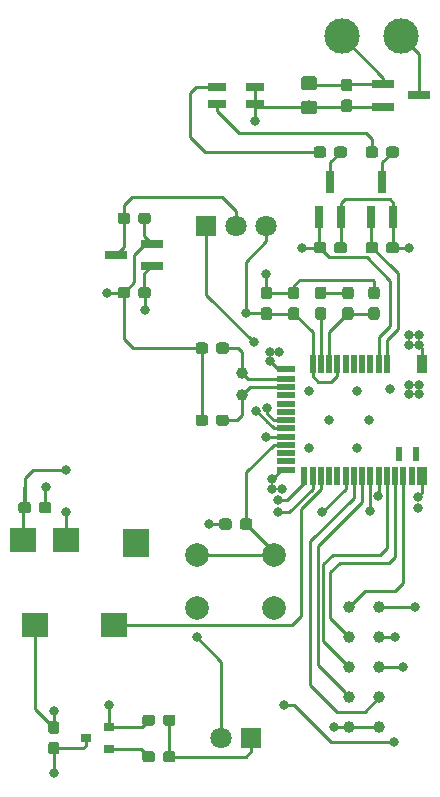
<source format=gtl>
G04 #@! TF.GenerationSoftware,KiCad,Pcbnew,5.0.1-33cea8e~68~ubuntu16.04.1*
G04 #@! TF.CreationDate,2018-11-29T19:31:35+05:30*
G04 #@! TF.ProjectId,senseBeRx_rev2,73656E7365426552785F726576322E6B,rev?*
G04 #@! TF.SameCoordinates,Original*
G04 #@! TF.FileFunction,Copper,L1,Top,Signal*
G04 #@! TF.FilePolarity,Positive*
%FSLAX46Y46*%
G04 Gerber Fmt 4.6, Leading zero omitted, Abs format (unit mm)*
G04 Created by KiCad (PCBNEW 5.0.1-33cea8e~68~ubuntu16.04.1) date Thu Nov 29 19:31:35 2018*
%MOMM*%
%LPD*%
G01*
G04 APERTURE LIST*
G04 #@! TA.AperFunction,ConnectorPad*
%ADD10C,1.000000*%
G04 #@! TD*
G04 #@! TA.AperFunction,ComponentPad*
%ADD11C,3.000000*%
G04 #@! TD*
G04 #@! TA.AperFunction,Conductor*
%ADD12C,0.100000*%
G04 #@! TD*
G04 #@! TA.AperFunction,SMDPad,CuDef*
%ADD13C,0.950000*%
G04 #@! TD*
G04 #@! TA.AperFunction,SMDPad,CuDef*
%ADD14R,2.200000X2.400000*%
G04 #@! TD*
G04 #@! TA.AperFunction,SMDPad,CuDef*
%ADD15R,2.200000X2.000000*%
G04 #@! TD*
G04 #@! TA.AperFunction,SMDPad,CuDef*
%ADD16R,1.600000X0.800000*%
G04 #@! TD*
G04 #@! TA.AperFunction,ComponentPad*
%ADD17R,1.800000X1.800000*%
G04 #@! TD*
G04 #@! TA.AperFunction,ComponentPad*
%ADD18C,1.800000*%
G04 #@! TD*
G04 #@! TA.AperFunction,SMDPad,CuDef*
%ADD19R,1.900000X0.800000*%
G04 #@! TD*
G04 #@! TA.AperFunction,SMDPad,CuDef*
%ADD20R,0.800000X1.900000*%
G04 #@! TD*
G04 #@! TA.AperFunction,SMDPad,CuDef*
%ADD21R,0.500000X1.200000*%
G04 #@! TD*
G04 #@! TA.AperFunction,SMDPad,CuDef*
%ADD22R,0.900000X1.600000*%
G04 #@! TD*
G04 #@! TA.AperFunction,SMDPad,CuDef*
%ADD23R,0.500000X1.600000*%
G04 #@! TD*
G04 #@! TA.AperFunction,SMDPad,CuDef*
%ADD24R,1.600000X0.500000*%
G04 #@! TD*
G04 #@! TA.AperFunction,ComponentPad*
%ADD25C,1.000000*%
G04 #@! TD*
G04 #@! TA.AperFunction,SMDPad,CuDef*
%ADD26C,1.150000*%
G04 #@! TD*
G04 #@! TA.AperFunction,SMDPad,CuDef*
%ADD27R,0.900000X0.800000*%
G04 #@! TD*
G04 #@! TA.AperFunction,ComponentPad*
%ADD28C,2.000000*%
G04 #@! TD*
G04 #@! TA.AperFunction,ViaPad*
%ADD29C,0.800000*%
G04 #@! TD*
G04 #@! TA.AperFunction,Conductor*
%ADD30C,0.250000*%
G04 #@! TD*
G04 APERTURE END LIST*
D10*
G04 #@! TO.P,P1,1*
G04 #@! TO.N,/SWDIO*
X129630000Y-125820000D03*
G04 #@! TO.P,P1,3*
G04 #@! TO.N,/SWDCLK*
X129630000Y-128360000D03*
G04 #@! TO.P,P1,5*
G04 #@! TO.N,/RESET*
X129630000Y-130900000D03*
G04 #@! TO.P,P1,7*
G04 #@! TO.N,/GPIO2*
X129630000Y-133440000D03*
G04 #@! TO.P,P1,9*
G04 #@! TO.N,GND*
X129630000Y-135980000D03*
G04 #@! TO.P,P1,10*
X132170000Y-135980000D03*
G04 #@! TO.P,P1,8*
G04 #@! TO.N,/RX*
X132170000Y-133440000D03*
G04 #@! TO.P,P1,6*
G04 #@! TO.N,/GPIO1*
X132170000Y-130900000D03*
G04 #@! TO.P,P1,4*
G04 #@! TO.N,VDD*
X132170000Y-128360000D03*
G04 #@! TO.P,P1,2*
G04 #@! TO.N,/TX*
X132170000Y-125820000D03*
G04 #@! TD*
D11*
G04 #@! TO.P,BT1,1*
G04 #@! TO.N,Net-(BT1-Pad1)*
X134000000Y-77500000D03*
G04 #@! TO.P,BT1,2*
G04 #@! TO.N,GND*
X129000000Y-77500000D03*
G04 #@! TD*
D12*
G04 #@! TO.N,/RX_EN*
G04 #@! TO.C,R9*
G36*
X112585779Y-98726144D02*
X112608834Y-98729563D01*
X112631443Y-98735227D01*
X112653387Y-98743079D01*
X112674457Y-98753044D01*
X112694448Y-98765026D01*
X112713168Y-98778910D01*
X112730438Y-98794562D01*
X112746090Y-98811832D01*
X112759974Y-98830552D01*
X112771956Y-98850543D01*
X112781921Y-98871613D01*
X112789773Y-98893557D01*
X112795437Y-98916166D01*
X112798856Y-98939221D01*
X112800000Y-98962500D01*
X112800000Y-99437500D01*
X112798856Y-99460779D01*
X112795437Y-99483834D01*
X112789773Y-99506443D01*
X112781921Y-99528387D01*
X112771956Y-99549457D01*
X112759974Y-99569448D01*
X112746090Y-99588168D01*
X112730438Y-99605438D01*
X112713168Y-99621090D01*
X112694448Y-99634974D01*
X112674457Y-99646956D01*
X112653387Y-99656921D01*
X112631443Y-99664773D01*
X112608834Y-99670437D01*
X112585779Y-99673856D01*
X112562500Y-99675000D01*
X111987500Y-99675000D01*
X111964221Y-99673856D01*
X111941166Y-99670437D01*
X111918557Y-99664773D01*
X111896613Y-99656921D01*
X111875543Y-99646956D01*
X111855552Y-99634974D01*
X111836832Y-99621090D01*
X111819562Y-99605438D01*
X111803910Y-99588168D01*
X111790026Y-99569448D01*
X111778044Y-99549457D01*
X111768079Y-99528387D01*
X111760227Y-99506443D01*
X111754563Y-99483834D01*
X111751144Y-99460779D01*
X111750000Y-99437500D01*
X111750000Y-98962500D01*
X111751144Y-98939221D01*
X111754563Y-98916166D01*
X111760227Y-98893557D01*
X111768079Y-98871613D01*
X111778044Y-98850543D01*
X111790026Y-98830552D01*
X111803910Y-98811832D01*
X111819562Y-98794562D01*
X111836832Y-98778910D01*
X111855552Y-98765026D01*
X111875543Y-98753044D01*
X111896613Y-98743079D01*
X111918557Y-98735227D01*
X111941166Y-98729563D01*
X111964221Y-98726144D01*
X111987500Y-98725000D01*
X112562500Y-98725000D01*
X112585779Y-98726144D01*
X112585779Y-98726144D01*
G37*
D13*
G04 #@! TD*
G04 #@! TO.P,R9,1*
G04 #@! TO.N,/RX_EN*
X112275000Y-99200000D03*
D12*
G04 #@! TO.N,GND*
G04 #@! TO.C,R9*
G36*
X110835779Y-98726144D02*
X110858834Y-98729563D01*
X110881443Y-98735227D01*
X110903387Y-98743079D01*
X110924457Y-98753044D01*
X110944448Y-98765026D01*
X110963168Y-98778910D01*
X110980438Y-98794562D01*
X110996090Y-98811832D01*
X111009974Y-98830552D01*
X111021956Y-98850543D01*
X111031921Y-98871613D01*
X111039773Y-98893557D01*
X111045437Y-98916166D01*
X111048856Y-98939221D01*
X111050000Y-98962500D01*
X111050000Y-99437500D01*
X111048856Y-99460779D01*
X111045437Y-99483834D01*
X111039773Y-99506443D01*
X111031921Y-99528387D01*
X111021956Y-99549457D01*
X111009974Y-99569448D01*
X110996090Y-99588168D01*
X110980438Y-99605438D01*
X110963168Y-99621090D01*
X110944448Y-99634974D01*
X110924457Y-99646956D01*
X110903387Y-99656921D01*
X110881443Y-99664773D01*
X110858834Y-99670437D01*
X110835779Y-99673856D01*
X110812500Y-99675000D01*
X110237500Y-99675000D01*
X110214221Y-99673856D01*
X110191166Y-99670437D01*
X110168557Y-99664773D01*
X110146613Y-99656921D01*
X110125543Y-99646956D01*
X110105552Y-99634974D01*
X110086832Y-99621090D01*
X110069562Y-99605438D01*
X110053910Y-99588168D01*
X110040026Y-99569448D01*
X110028044Y-99549457D01*
X110018079Y-99528387D01*
X110010227Y-99506443D01*
X110004563Y-99483834D01*
X110001144Y-99460779D01*
X110000000Y-99437500D01*
X110000000Y-98962500D01*
X110001144Y-98939221D01*
X110004563Y-98916166D01*
X110010227Y-98893557D01*
X110018079Y-98871613D01*
X110028044Y-98850543D01*
X110040026Y-98830552D01*
X110053910Y-98811832D01*
X110069562Y-98794562D01*
X110086832Y-98778910D01*
X110105552Y-98765026D01*
X110125543Y-98753044D01*
X110146613Y-98743079D01*
X110168557Y-98735227D01*
X110191166Y-98729563D01*
X110214221Y-98726144D01*
X110237500Y-98725000D01*
X110812500Y-98725000D01*
X110835779Y-98726144D01*
X110835779Y-98726144D01*
G37*
D13*
G04 #@! TD*
G04 #@! TO.P,R9,2*
G04 #@! TO.N,GND*
X110525000Y-99200000D03*
D14*
G04 #@! TO.P,J1,10*
G04 #@! TO.N,N/C*
X111530000Y-120370000D03*
D15*
G04 #@! TO.P,J1,3*
G04 #@! TO.N,/FOCUS*
X105630000Y-120170000D03*
G04 #@! TO.P,J1,4*
G04 #@! TO.N,/CAM_JACK*
X102030000Y-120170000D03*
G04 #@! TO.P,J1,2*
G04 #@! TO.N,/TRIGGER*
X109730000Y-127370000D03*
G04 #@! TO.P,J1,1*
G04 #@! TO.N,GND*
X103030000Y-127370000D03*
G04 #@! TD*
D16*
G04 #@! TO.P,D1,2*
G04 #@! TO.N,Net-(D1-Pad2)*
X118400000Y-81800000D03*
G04 #@! TO.P,D1,1*
G04 #@! TO.N,VDD*
X121600000Y-81800000D03*
G04 #@! TO.P,D1,3*
X121600000Y-83200000D03*
G04 #@! TO.P,D1,4*
G04 #@! TO.N,Net-(D1-Pad4)*
X118400000Y-83200000D03*
G04 #@! TD*
D17*
G04 #@! TO.P,D2,1*
G04 #@! TO.N,/LIGHT_SENSE*
X121300000Y-136900000D03*
D18*
G04 #@! TO.P,D2,2*
G04 #@! TO.N,GND*
X118760000Y-136900000D03*
G04 #@! TD*
D19*
G04 #@! TO.P,Q1,1*
G04 #@! TO.N,GND*
X132500000Y-81550000D03*
G04 #@! TO.P,Q1,2*
G04 #@! TO.N,VDD*
X132500000Y-83450000D03*
G04 #@! TO.P,Q1,3*
G04 #@! TO.N,Net-(BT1-Pad1)*
X135500000Y-82500000D03*
G04 #@! TD*
D20*
G04 #@! TO.P,Q2,1*
G04 #@! TO.N,/LED_GREEN*
X131450000Y-92800000D03*
G04 #@! TO.P,Q2,2*
G04 #@! TO.N,GND*
X133350000Y-92800000D03*
G04 #@! TO.P,Q2,3*
G04 #@! TO.N,Net-(Q2-Pad3)*
X132400000Y-89800000D03*
G04 #@! TD*
G04 #@! TO.P,Q3,3*
G04 #@! TO.N,Net-(Q3-Pad3)*
X128000000Y-89800000D03*
G04 #@! TO.P,Q3,2*
G04 #@! TO.N,GND*
X128950000Y-92800000D03*
G04 #@! TO.P,Q3,1*
G04 #@! TO.N,/LED_RED*
X127050000Y-92800000D03*
G04 #@! TD*
D21*
G04 #@! TO.P,U1,41*
G04 #@! TO.N,N/C*
X133850000Y-112900000D03*
G04 #@! TO.P,U1,40*
X135250000Y-112900000D03*
D22*
G04 #@! TO.P,U1,39*
G04 #@! TO.N,GND*
X135800000Y-114750000D03*
D23*
G04 #@! TO.P,U1,38*
G04 #@! TO.N,N/C*
X134900000Y-114750000D03*
G04 #@! TO.P,U1,37*
G04 #@! TO.N,/SWDIO*
X134200000Y-114750000D03*
G04 #@! TO.P,U1,36*
G04 #@! TO.N,/SWDCLK*
X133500000Y-114750000D03*
G04 #@! TO.P,U1,35*
G04 #@! TO.N,/RESET*
X132800000Y-114750000D03*
G04 #@! TO.P,U1,34*
G04 #@! TO.N,/TX*
X132100000Y-114750000D03*
G04 #@! TO.P,U1,33*
G04 #@! TO.N,/GPIO1*
X131400000Y-114750000D03*
G04 #@! TO.P,U1,32*
G04 #@! TO.N,/GPIO2*
X130700000Y-114750000D03*
G04 #@! TO.P,U1,31*
G04 #@! TO.N,/RX*
X130000000Y-114750000D03*
G04 #@! TO.P,U1,30*
G04 #@! TO.N,/LED_RED*
X129300000Y-114750000D03*
G04 #@! TO.P,U1,29*
G04 #@! TO.N,N/C*
X128600000Y-114750000D03*
G04 #@! TO.P,U1,28*
X127900000Y-114750000D03*
G04 #@! TO.P,U1,27*
G04 #@! TO.N,/TRIGGER*
X127200000Y-114750000D03*
G04 #@! TO.P,U1,26*
G04 #@! TO.N,/FOCUS*
X126500000Y-114750000D03*
G04 #@! TO.P,U1,25*
G04 #@! TO.N,/CAM_JACK*
X125800000Y-114750000D03*
D24*
G04 #@! TO.P,U1,24*
G04 #@! TO.N,GND*
X124250000Y-114200000D03*
G04 #@! TO.P,U1,23*
G04 #@! TO.N,N/C*
X124250000Y-113500000D03*
G04 #@! TO.P,U1,22*
X124250000Y-112800000D03*
G04 #@! TO.P,U1,21*
G04 #@! TO.N,/BUTTON*
X124250000Y-112100000D03*
G04 #@! TO.P,U1,20*
G04 #@! TO.N,/RX_EN*
X124250000Y-111400000D03*
G04 #@! TO.P,U1,19*
G04 #@! TO.N,/RX_OUT*
X124250000Y-110700000D03*
G04 #@! TO.P,U1,18*
G04 #@! TO.N,/LIGHT_SENSE*
X124250000Y-110000000D03*
G04 #@! TO.P,U1,17*
G04 #@! TO.N,N/C*
X124250000Y-109300000D03*
G04 #@! TO.P,U1,16*
X124250000Y-108600000D03*
G04 #@! TO.P,U1,15*
X124250000Y-107900000D03*
G04 #@! TO.P,U1,14*
G04 #@! TO.N,/LFCLK_XL2*
X124250000Y-107200000D03*
G04 #@! TO.P,U1,13*
G04 #@! TO.N,/LFCLK_XL1*
X124250000Y-106500000D03*
D23*
G04 #@! TO.P,U1,11*
G04 #@! TO.N,VDD*
X126500000Y-105250000D03*
G04 #@! TO.P,U1,10*
G04 #@! TO.N,/DCC*
X127200000Y-105250000D03*
G04 #@! TO.P,U1,9*
G04 #@! TO.N,/DEC4*
X127900000Y-105250000D03*
G04 #@! TO.P,U1,8*
G04 #@! TO.N,VDD*
X128600000Y-105250000D03*
G04 #@! TO.P,U1,7*
G04 #@! TO.N,N/C*
X129300000Y-105250000D03*
G04 #@! TO.P,U1,6*
X130000000Y-105250000D03*
G04 #@! TO.P,U1,5*
X130700000Y-105250000D03*
G04 #@! TO.P,U1,4*
X131400000Y-105250000D03*
G04 #@! TO.P,U1,3*
G04 #@! TO.N,/LED_RED*
X132100000Y-105250000D03*
D22*
G04 #@! TO.P,U1,1*
G04 #@! TO.N,GND*
X135800000Y-105250000D03*
D23*
G04 #@! TO.P,U1,2*
G04 #@! TO.N,/LED_GREEN*
X132800000Y-105250000D03*
D24*
G04 #@! TO.P,U1,12*
G04 #@! TO.N,GND*
X124250000Y-105700000D03*
G04 #@! TD*
D25*
G04 #@! TO.P,Y1,1*
G04 #@! TO.N,/LFCLK_XL1*
X120500000Y-106000000D03*
G04 #@! TO.P,Y1,2*
G04 #@! TO.N,/LFCLK_XL2*
X120500000Y-107900000D03*
G04 #@! TD*
D12*
G04 #@! TO.N,GND*
G04 #@! TO.C,C1*
G36*
X131960779Y-98701144D02*
X131983834Y-98704563D01*
X132006443Y-98710227D01*
X132028387Y-98718079D01*
X132049457Y-98728044D01*
X132069448Y-98740026D01*
X132088168Y-98753910D01*
X132105438Y-98769562D01*
X132121090Y-98786832D01*
X132134974Y-98805552D01*
X132146956Y-98825543D01*
X132156921Y-98846613D01*
X132164773Y-98868557D01*
X132170437Y-98891166D01*
X132173856Y-98914221D01*
X132175000Y-98937500D01*
X132175000Y-99512500D01*
X132173856Y-99535779D01*
X132170437Y-99558834D01*
X132164773Y-99581443D01*
X132156921Y-99603387D01*
X132146956Y-99624457D01*
X132134974Y-99644448D01*
X132121090Y-99663168D01*
X132105438Y-99680438D01*
X132088168Y-99696090D01*
X132069448Y-99709974D01*
X132049457Y-99721956D01*
X132028387Y-99731921D01*
X132006443Y-99739773D01*
X131983834Y-99745437D01*
X131960779Y-99748856D01*
X131937500Y-99750000D01*
X131462500Y-99750000D01*
X131439221Y-99748856D01*
X131416166Y-99745437D01*
X131393557Y-99739773D01*
X131371613Y-99731921D01*
X131350543Y-99721956D01*
X131330552Y-99709974D01*
X131311832Y-99696090D01*
X131294562Y-99680438D01*
X131278910Y-99663168D01*
X131265026Y-99644448D01*
X131253044Y-99624457D01*
X131243079Y-99603387D01*
X131235227Y-99581443D01*
X131229563Y-99558834D01*
X131226144Y-99535779D01*
X131225000Y-99512500D01*
X131225000Y-98937500D01*
X131226144Y-98914221D01*
X131229563Y-98891166D01*
X131235227Y-98868557D01*
X131243079Y-98846613D01*
X131253044Y-98825543D01*
X131265026Y-98805552D01*
X131278910Y-98786832D01*
X131294562Y-98769562D01*
X131311832Y-98753910D01*
X131330552Y-98740026D01*
X131350543Y-98728044D01*
X131371613Y-98718079D01*
X131393557Y-98710227D01*
X131416166Y-98704563D01*
X131439221Y-98701144D01*
X131462500Y-98700000D01*
X131937500Y-98700000D01*
X131960779Y-98701144D01*
X131960779Y-98701144D01*
G37*
D13*
G04 #@! TD*
G04 #@! TO.P,C1,1*
G04 #@! TO.N,GND*
X131700000Y-99225000D03*
D12*
G04 #@! TO.N,/DEC4*
G04 #@! TO.C,C1*
G36*
X131960779Y-100451144D02*
X131983834Y-100454563D01*
X132006443Y-100460227D01*
X132028387Y-100468079D01*
X132049457Y-100478044D01*
X132069448Y-100490026D01*
X132088168Y-100503910D01*
X132105438Y-100519562D01*
X132121090Y-100536832D01*
X132134974Y-100555552D01*
X132146956Y-100575543D01*
X132156921Y-100596613D01*
X132164773Y-100618557D01*
X132170437Y-100641166D01*
X132173856Y-100664221D01*
X132175000Y-100687500D01*
X132175000Y-101262500D01*
X132173856Y-101285779D01*
X132170437Y-101308834D01*
X132164773Y-101331443D01*
X132156921Y-101353387D01*
X132146956Y-101374457D01*
X132134974Y-101394448D01*
X132121090Y-101413168D01*
X132105438Y-101430438D01*
X132088168Y-101446090D01*
X132069448Y-101459974D01*
X132049457Y-101471956D01*
X132028387Y-101481921D01*
X132006443Y-101489773D01*
X131983834Y-101495437D01*
X131960779Y-101498856D01*
X131937500Y-101500000D01*
X131462500Y-101500000D01*
X131439221Y-101498856D01*
X131416166Y-101495437D01*
X131393557Y-101489773D01*
X131371613Y-101481921D01*
X131350543Y-101471956D01*
X131330552Y-101459974D01*
X131311832Y-101446090D01*
X131294562Y-101430438D01*
X131278910Y-101413168D01*
X131265026Y-101394448D01*
X131253044Y-101374457D01*
X131243079Y-101353387D01*
X131235227Y-101331443D01*
X131229563Y-101308834D01*
X131226144Y-101285779D01*
X131225000Y-101262500D01*
X131225000Y-100687500D01*
X131226144Y-100664221D01*
X131229563Y-100641166D01*
X131235227Y-100618557D01*
X131243079Y-100596613D01*
X131253044Y-100575543D01*
X131265026Y-100555552D01*
X131278910Y-100536832D01*
X131294562Y-100519562D01*
X131311832Y-100503910D01*
X131330552Y-100490026D01*
X131350543Y-100478044D01*
X131371613Y-100468079D01*
X131393557Y-100460227D01*
X131416166Y-100454563D01*
X131439221Y-100451144D01*
X131462500Y-100450000D01*
X131937500Y-100450000D01*
X131960779Y-100451144D01*
X131960779Y-100451144D01*
G37*
D13*
G04 #@! TD*
G04 #@! TO.P,C1,2*
G04 #@! TO.N,/DEC4*
X131700000Y-100975000D03*
D12*
G04 #@! TO.N,VDD*
G04 #@! TO.C,C4*
G36*
X122860779Y-100451144D02*
X122883834Y-100454563D01*
X122906443Y-100460227D01*
X122928387Y-100468079D01*
X122949457Y-100478044D01*
X122969448Y-100490026D01*
X122988168Y-100503910D01*
X123005438Y-100519562D01*
X123021090Y-100536832D01*
X123034974Y-100555552D01*
X123046956Y-100575543D01*
X123056921Y-100596613D01*
X123064773Y-100618557D01*
X123070437Y-100641166D01*
X123073856Y-100664221D01*
X123075000Y-100687500D01*
X123075000Y-101262500D01*
X123073856Y-101285779D01*
X123070437Y-101308834D01*
X123064773Y-101331443D01*
X123056921Y-101353387D01*
X123046956Y-101374457D01*
X123034974Y-101394448D01*
X123021090Y-101413168D01*
X123005438Y-101430438D01*
X122988168Y-101446090D01*
X122969448Y-101459974D01*
X122949457Y-101471956D01*
X122928387Y-101481921D01*
X122906443Y-101489773D01*
X122883834Y-101495437D01*
X122860779Y-101498856D01*
X122837500Y-101500000D01*
X122362500Y-101500000D01*
X122339221Y-101498856D01*
X122316166Y-101495437D01*
X122293557Y-101489773D01*
X122271613Y-101481921D01*
X122250543Y-101471956D01*
X122230552Y-101459974D01*
X122211832Y-101446090D01*
X122194562Y-101430438D01*
X122178910Y-101413168D01*
X122165026Y-101394448D01*
X122153044Y-101374457D01*
X122143079Y-101353387D01*
X122135227Y-101331443D01*
X122129563Y-101308834D01*
X122126144Y-101285779D01*
X122125000Y-101262500D01*
X122125000Y-100687500D01*
X122126144Y-100664221D01*
X122129563Y-100641166D01*
X122135227Y-100618557D01*
X122143079Y-100596613D01*
X122153044Y-100575543D01*
X122165026Y-100555552D01*
X122178910Y-100536832D01*
X122194562Y-100519562D01*
X122211832Y-100503910D01*
X122230552Y-100490026D01*
X122250543Y-100478044D01*
X122271613Y-100468079D01*
X122293557Y-100460227D01*
X122316166Y-100454563D01*
X122339221Y-100451144D01*
X122362500Y-100450000D01*
X122837500Y-100450000D01*
X122860779Y-100451144D01*
X122860779Y-100451144D01*
G37*
D13*
G04 #@! TD*
G04 #@! TO.P,C4,2*
G04 #@! TO.N,VDD*
X122600000Y-100975000D03*
D12*
G04 #@! TO.N,GND*
G04 #@! TO.C,C4*
G36*
X122860779Y-98701144D02*
X122883834Y-98704563D01*
X122906443Y-98710227D01*
X122928387Y-98718079D01*
X122949457Y-98728044D01*
X122969448Y-98740026D01*
X122988168Y-98753910D01*
X123005438Y-98769562D01*
X123021090Y-98786832D01*
X123034974Y-98805552D01*
X123046956Y-98825543D01*
X123056921Y-98846613D01*
X123064773Y-98868557D01*
X123070437Y-98891166D01*
X123073856Y-98914221D01*
X123075000Y-98937500D01*
X123075000Y-99512500D01*
X123073856Y-99535779D01*
X123070437Y-99558834D01*
X123064773Y-99581443D01*
X123056921Y-99603387D01*
X123046956Y-99624457D01*
X123034974Y-99644448D01*
X123021090Y-99663168D01*
X123005438Y-99680438D01*
X122988168Y-99696090D01*
X122969448Y-99709974D01*
X122949457Y-99721956D01*
X122928387Y-99731921D01*
X122906443Y-99739773D01*
X122883834Y-99745437D01*
X122860779Y-99748856D01*
X122837500Y-99750000D01*
X122362500Y-99750000D01*
X122339221Y-99748856D01*
X122316166Y-99745437D01*
X122293557Y-99739773D01*
X122271613Y-99731921D01*
X122250543Y-99721956D01*
X122230552Y-99709974D01*
X122211832Y-99696090D01*
X122194562Y-99680438D01*
X122178910Y-99663168D01*
X122165026Y-99644448D01*
X122153044Y-99624457D01*
X122143079Y-99603387D01*
X122135227Y-99581443D01*
X122129563Y-99558834D01*
X122126144Y-99535779D01*
X122125000Y-99512500D01*
X122125000Y-98937500D01*
X122126144Y-98914221D01*
X122129563Y-98891166D01*
X122135227Y-98868557D01*
X122143079Y-98846613D01*
X122153044Y-98825543D01*
X122165026Y-98805552D01*
X122178910Y-98786832D01*
X122194562Y-98769562D01*
X122211832Y-98753910D01*
X122230552Y-98740026D01*
X122250543Y-98728044D01*
X122271613Y-98718079D01*
X122293557Y-98710227D01*
X122316166Y-98704563D01*
X122339221Y-98701144D01*
X122362500Y-98700000D01*
X122837500Y-98700000D01*
X122860779Y-98701144D01*
X122860779Y-98701144D01*
G37*
D13*
G04 #@! TD*
G04 #@! TO.P,C4,1*
G04 #@! TO.N,GND*
X122600000Y-99225000D03*
D12*
G04 #@! TO.N,/LFCLK_XL1*
G04 #@! TO.C,C5*
G36*
X119185779Y-103426144D02*
X119208834Y-103429563D01*
X119231443Y-103435227D01*
X119253387Y-103443079D01*
X119274457Y-103453044D01*
X119294448Y-103465026D01*
X119313168Y-103478910D01*
X119330438Y-103494562D01*
X119346090Y-103511832D01*
X119359974Y-103530552D01*
X119371956Y-103550543D01*
X119381921Y-103571613D01*
X119389773Y-103593557D01*
X119395437Y-103616166D01*
X119398856Y-103639221D01*
X119400000Y-103662500D01*
X119400000Y-104137500D01*
X119398856Y-104160779D01*
X119395437Y-104183834D01*
X119389773Y-104206443D01*
X119381921Y-104228387D01*
X119371956Y-104249457D01*
X119359974Y-104269448D01*
X119346090Y-104288168D01*
X119330438Y-104305438D01*
X119313168Y-104321090D01*
X119294448Y-104334974D01*
X119274457Y-104346956D01*
X119253387Y-104356921D01*
X119231443Y-104364773D01*
X119208834Y-104370437D01*
X119185779Y-104373856D01*
X119162500Y-104375000D01*
X118587500Y-104375000D01*
X118564221Y-104373856D01*
X118541166Y-104370437D01*
X118518557Y-104364773D01*
X118496613Y-104356921D01*
X118475543Y-104346956D01*
X118455552Y-104334974D01*
X118436832Y-104321090D01*
X118419562Y-104305438D01*
X118403910Y-104288168D01*
X118390026Y-104269448D01*
X118378044Y-104249457D01*
X118368079Y-104228387D01*
X118360227Y-104206443D01*
X118354563Y-104183834D01*
X118351144Y-104160779D01*
X118350000Y-104137500D01*
X118350000Y-103662500D01*
X118351144Y-103639221D01*
X118354563Y-103616166D01*
X118360227Y-103593557D01*
X118368079Y-103571613D01*
X118378044Y-103550543D01*
X118390026Y-103530552D01*
X118403910Y-103511832D01*
X118419562Y-103494562D01*
X118436832Y-103478910D01*
X118455552Y-103465026D01*
X118475543Y-103453044D01*
X118496613Y-103443079D01*
X118518557Y-103435227D01*
X118541166Y-103429563D01*
X118564221Y-103426144D01*
X118587500Y-103425000D01*
X119162500Y-103425000D01*
X119185779Y-103426144D01*
X119185779Y-103426144D01*
G37*
D13*
G04 #@! TD*
G04 #@! TO.P,C5,2*
G04 #@! TO.N,/LFCLK_XL1*
X118875000Y-103900000D03*
D12*
G04 #@! TO.N,GND*
G04 #@! TO.C,C5*
G36*
X117435779Y-103426144D02*
X117458834Y-103429563D01*
X117481443Y-103435227D01*
X117503387Y-103443079D01*
X117524457Y-103453044D01*
X117544448Y-103465026D01*
X117563168Y-103478910D01*
X117580438Y-103494562D01*
X117596090Y-103511832D01*
X117609974Y-103530552D01*
X117621956Y-103550543D01*
X117631921Y-103571613D01*
X117639773Y-103593557D01*
X117645437Y-103616166D01*
X117648856Y-103639221D01*
X117650000Y-103662500D01*
X117650000Y-104137500D01*
X117648856Y-104160779D01*
X117645437Y-104183834D01*
X117639773Y-104206443D01*
X117631921Y-104228387D01*
X117621956Y-104249457D01*
X117609974Y-104269448D01*
X117596090Y-104288168D01*
X117580438Y-104305438D01*
X117563168Y-104321090D01*
X117544448Y-104334974D01*
X117524457Y-104346956D01*
X117503387Y-104356921D01*
X117481443Y-104364773D01*
X117458834Y-104370437D01*
X117435779Y-104373856D01*
X117412500Y-104375000D01*
X116837500Y-104375000D01*
X116814221Y-104373856D01*
X116791166Y-104370437D01*
X116768557Y-104364773D01*
X116746613Y-104356921D01*
X116725543Y-104346956D01*
X116705552Y-104334974D01*
X116686832Y-104321090D01*
X116669562Y-104305438D01*
X116653910Y-104288168D01*
X116640026Y-104269448D01*
X116628044Y-104249457D01*
X116618079Y-104228387D01*
X116610227Y-104206443D01*
X116604563Y-104183834D01*
X116601144Y-104160779D01*
X116600000Y-104137500D01*
X116600000Y-103662500D01*
X116601144Y-103639221D01*
X116604563Y-103616166D01*
X116610227Y-103593557D01*
X116618079Y-103571613D01*
X116628044Y-103550543D01*
X116640026Y-103530552D01*
X116653910Y-103511832D01*
X116669562Y-103494562D01*
X116686832Y-103478910D01*
X116705552Y-103465026D01*
X116725543Y-103453044D01*
X116746613Y-103443079D01*
X116768557Y-103435227D01*
X116791166Y-103429563D01*
X116814221Y-103426144D01*
X116837500Y-103425000D01*
X117412500Y-103425000D01*
X117435779Y-103426144D01*
X117435779Y-103426144D01*
G37*
D13*
G04 #@! TD*
G04 #@! TO.P,C5,1*
G04 #@! TO.N,GND*
X117125000Y-103900000D03*
D12*
G04 #@! TO.N,GND*
G04 #@! TO.C,C6*
G36*
X125160779Y-98701144D02*
X125183834Y-98704563D01*
X125206443Y-98710227D01*
X125228387Y-98718079D01*
X125249457Y-98728044D01*
X125269448Y-98740026D01*
X125288168Y-98753910D01*
X125305438Y-98769562D01*
X125321090Y-98786832D01*
X125334974Y-98805552D01*
X125346956Y-98825543D01*
X125356921Y-98846613D01*
X125364773Y-98868557D01*
X125370437Y-98891166D01*
X125373856Y-98914221D01*
X125375000Y-98937500D01*
X125375000Y-99512500D01*
X125373856Y-99535779D01*
X125370437Y-99558834D01*
X125364773Y-99581443D01*
X125356921Y-99603387D01*
X125346956Y-99624457D01*
X125334974Y-99644448D01*
X125321090Y-99663168D01*
X125305438Y-99680438D01*
X125288168Y-99696090D01*
X125269448Y-99709974D01*
X125249457Y-99721956D01*
X125228387Y-99731921D01*
X125206443Y-99739773D01*
X125183834Y-99745437D01*
X125160779Y-99748856D01*
X125137500Y-99750000D01*
X124662500Y-99750000D01*
X124639221Y-99748856D01*
X124616166Y-99745437D01*
X124593557Y-99739773D01*
X124571613Y-99731921D01*
X124550543Y-99721956D01*
X124530552Y-99709974D01*
X124511832Y-99696090D01*
X124494562Y-99680438D01*
X124478910Y-99663168D01*
X124465026Y-99644448D01*
X124453044Y-99624457D01*
X124443079Y-99603387D01*
X124435227Y-99581443D01*
X124429563Y-99558834D01*
X124426144Y-99535779D01*
X124425000Y-99512500D01*
X124425000Y-98937500D01*
X124426144Y-98914221D01*
X124429563Y-98891166D01*
X124435227Y-98868557D01*
X124443079Y-98846613D01*
X124453044Y-98825543D01*
X124465026Y-98805552D01*
X124478910Y-98786832D01*
X124494562Y-98769562D01*
X124511832Y-98753910D01*
X124530552Y-98740026D01*
X124550543Y-98728044D01*
X124571613Y-98718079D01*
X124593557Y-98710227D01*
X124616166Y-98704563D01*
X124639221Y-98701144D01*
X124662500Y-98700000D01*
X125137500Y-98700000D01*
X125160779Y-98701144D01*
X125160779Y-98701144D01*
G37*
D13*
G04 #@! TD*
G04 #@! TO.P,C6,1*
G04 #@! TO.N,GND*
X124900000Y-99225000D03*
D12*
G04 #@! TO.N,VDD*
G04 #@! TO.C,C6*
G36*
X125160779Y-100451144D02*
X125183834Y-100454563D01*
X125206443Y-100460227D01*
X125228387Y-100468079D01*
X125249457Y-100478044D01*
X125269448Y-100490026D01*
X125288168Y-100503910D01*
X125305438Y-100519562D01*
X125321090Y-100536832D01*
X125334974Y-100555552D01*
X125346956Y-100575543D01*
X125356921Y-100596613D01*
X125364773Y-100618557D01*
X125370437Y-100641166D01*
X125373856Y-100664221D01*
X125375000Y-100687500D01*
X125375000Y-101262500D01*
X125373856Y-101285779D01*
X125370437Y-101308834D01*
X125364773Y-101331443D01*
X125356921Y-101353387D01*
X125346956Y-101374457D01*
X125334974Y-101394448D01*
X125321090Y-101413168D01*
X125305438Y-101430438D01*
X125288168Y-101446090D01*
X125269448Y-101459974D01*
X125249457Y-101471956D01*
X125228387Y-101481921D01*
X125206443Y-101489773D01*
X125183834Y-101495437D01*
X125160779Y-101498856D01*
X125137500Y-101500000D01*
X124662500Y-101500000D01*
X124639221Y-101498856D01*
X124616166Y-101495437D01*
X124593557Y-101489773D01*
X124571613Y-101481921D01*
X124550543Y-101471956D01*
X124530552Y-101459974D01*
X124511832Y-101446090D01*
X124494562Y-101430438D01*
X124478910Y-101413168D01*
X124465026Y-101394448D01*
X124453044Y-101374457D01*
X124443079Y-101353387D01*
X124435227Y-101331443D01*
X124429563Y-101308834D01*
X124426144Y-101285779D01*
X124425000Y-101262500D01*
X124425000Y-100687500D01*
X124426144Y-100664221D01*
X124429563Y-100641166D01*
X124435227Y-100618557D01*
X124443079Y-100596613D01*
X124453044Y-100575543D01*
X124465026Y-100555552D01*
X124478910Y-100536832D01*
X124494562Y-100519562D01*
X124511832Y-100503910D01*
X124530552Y-100490026D01*
X124550543Y-100478044D01*
X124571613Y-100468079D01*
X124593557Y-100460227D01*
X124616166Y-100454563D01*
X124639221Y-100451144D01*
X124662500Y-100450000D01*
X125137500Y-100450000D01*
X125160779Y-100451144D01*
X125160779Y-100451144D01*
G37*
D13*
G04 #@! TD*
G04 #@! TO.P,C6,2*
G04 #@! TO.N,VDD*
X124900000Y-100975000D03*
D12*
G04 #@! TO.N,/LFCLK_XL2*
G04 #@! TO.C,C7*
G36*
X119185779Y-109526144D02*
X119208834Y-109529563D01*
X119231443Y-109535227D01*
X119253387Y-109543079D01*
X119274457Y-109553044D01*
X119294448Y-109565026D01*
X119313168Y-109578910D01*
X119330438Y-109594562D01*
X119346090Y-109611832D01*
X119359974Y-109630552D01*
X119371956Y-109650543D01*
X119381921Y-109671613D01*
X119389773Y-109693557D01*
X119395437Y-109716166D01*
X119398856Y-109739221D01*
X119400000Y-109762500D01*
X119400000Y-110237500D01*
X119398856Y-110260779D01*
X119395437Y-110283834D01*
X119389773Y-110306443D01*
X119381921Y-110328387D01*
X119371956Y-110349457D01*
X119359974Y-110369448D01*
X119346090Y-110388168D01*
X119330438Y-110405438D01*
X119313168Y-110421090D01*
X119294448Y-110434974D01*
X119274457Y-110446956D01*
X119253387Y-110456921D01*
X119231443Y-110464773D01*
X119208834Y-110470437D01*
X119185779Y-110473856D01*
X119162500Y-110475000D01*
X118587500Y-110475000D01*
X118564221Y-110473856D01*
X118541166Y-110470437D01*
X118518557Y-110464773D01*
X118496613Y-110456921D01*
X118475543Y-110446956D01*
X118455552Y-110434974D01*
X118436832Y-110421090D01*
X118419562Y-110405438D01*
X118403910Y-110388168D01*
X118390026Y-110369448D01*
X118378044Y-110349457D01*
X118368079Y-110328387D01*
X118360227Y-110306443D01*
X118354563Y-110283834D01*
X118351144Y-110260779D01*
X118350000Y-110237500D01*
X118350000Y-109762500D01*
X118351144Y-109739221D01*
X118354563Y-109716166D01*
X118360227Y-109693557D01*
X118368079Y-109671613D01*
X118378044Y-109650543D01*
X118390026Y-109630552D01*
X118403910Y-109611832D01*
X118419562Y-109594562D01*
X118436832Y-109578910D01*
X118455552Y-109565026D01*
X118475543Y-109553044D01*
X118496613Y-109543079D01*
X118518557Y-109535227D01*
X118541166Y-109529563D01*
X118564221Y-109526144D01*
X118587500Y-109525000D01*
X119162500Y-109525000D01*
X119185779Y-109526144D01*
X119185779Y-109526144D01*
G37*
D13*
G04 #@! TD*
G04 #@! TO.P,C7,2*
G04 #@! TO.N,/LFCLK_XL2*
X118875000Y-110000000D03*
D12*
G04 #@! TO.N,GND*
G04 #@! TO.C,C7*
G36*
X117435779Y-109526144D02*
X117458834Y-109529563D01*
X117481443Y-109535227D01*
X117503387Y-109543079D01*
X117524457Y-109553044D01*
X117544448Y-109565026D01*
X117563168Y-109578910D01*
X117580438Y-109594562D01*
X117596090Y-109611832D01*
X117609974Y-109630552D01*
X117621956Y-109650543D01*
X117631921Y-109671613D01*
X117639773Y-109693557D01*
X117645437Y-109716166D01*
X117648856Y-109739221D01*
X117650000Y-109762500D01*
X117650000Y-110237500D01*
X117648856Y-110260779D01*
X117645437Y-110283834D01*
X117639773Y-110306443D01*
X117631921Y-110328387D01*
X117621956Y-110349457D01*
X117609974Y-110369448D01*
X117596090Y-110388168D01*
X117580438Y-110405438D01*
X117563168Y-110421090D01*
X117544448Y-110434974D01*
X117524457Y-110446956D01*
X117503387Y-110456921D01*
X117481443Y-110464773D01*
X117458834Y-110470437D01*
X117435779Y-110473856D01*
X117412500Y-110475000D01*
X116837500Y-110475000D01*
X116814221Y-110473856D01*
X116791166Y-110470437D01*
X116768557Y-110464773D01*
X116746613Y-110456921D01*
X116725543Y-110446956D01*
X116705552Y-110434974D01*
X116686832Y-110421090D01*
X116669562Y-110405438D01*
X116653910Y-110388168D01*
X116640026Y-110369448D01*
X116628044Y-110349457D01*
X116618079Y-110328387D01*
X116610227Y-110306443D01*
X116604563Y-110283834D01*
X116601144Y-110260779D01*
X116600000Y-110237500D01*
X116600000Y-109762500D01*
X116601144Y-109739221D01*
X116604563Y-109716166D01*
X116610227Y-109693557D01*
X116618079Y-109671613D01*
X116628044Y-109650543D01*
X116640026Y-109630552D01*
X116653910Y-109611832D01*
X116669562Y-109594562D01*
X116686832Y-109578910D01*
X116705552Y-109565026D01*
X116725543Y-109553044D01*
X116746613Y-109543079D01*
X116768557Y-109535227D01*
X116791166Y-109529563D01*
X116814221Y-109526144D01*
X116837500Y-109525000D01*
X117412500Y-109525000D01*
X117435779Y-109526144D01*
X117435779Y-109526144D01*
G37*
D13*
G04 #@! TD*
G04 #@! TO.P,C7,1*
G04 #@! TO.N,GND*
X117125000Y-110000000D03*
D12*
G04 #@! TO.N,VDD*
G04 #@! TO.C,C8*
G36*
X129660779Y-82851144D02*
X129683834Y-82854563D01*
X129706443Y-82860227D01*
X129728387Y-82868079D01*
X129749457Y-82878044D01*
X129769448Y-82890026D01*
X129788168Y-82903910D01*
X129805438Y-82919562D01*
X129821090Y-82936832D01*
X129834974Y-82955552D01*
X129846956Y-82975543D01*
X129856921Y-82996613D01*
X129864773Y-83018557D01*
X129870437Y-83041166D01*
X129873856Y-83064221D01*
X129875000Y-83087500D01*
X129875000Y-83662500D01*
X129873856Y-83685779D01*
X129870437Y-83708834D01*
X129864773Y-83731443D01*
X129856921Y-83753387D01*
X129846956Y-83774457D01*
X129834974Y-83794448D01*
X129821090Y-83813168D01*
X129805438Y-83830438D01*
X129788168Y-83846090D01*
X129769448Y-83859974D01*
X129749457Y-83871956D01*
X129728387Y-83881921D01*
X129706443Y-83889773D01*
X129683834Y-83895437D01*
X129660779Y-83898856D01*
X129637500Y-83900000D01*
X129162500Y-83900000D01*
X129139221Y-83898856D01*
X129116166Y-83895437D01*
X129093557Y-83889773D01*
X129071613Y-83881921D01*
X129050543Y-83871956D01*
X129030552Y-83859974D01*
X129011832Y-83846090D01*
X128994562Y-83830438D01*
X128978910Y-83813168D01*
X128965026Y-83794448D01*
X128953044Y-83774457D01*
X128943079Y-83753387D01*
X128935227Y-83731443D01*
X128929563Y-83708834D01*
X128926144Y-83685779D01*
X128925000Y-83662500D01*
X128925000Y-83087500D01*
X128926144Y-83064221D01*
X128929563Y-83041166D01*
X128935227Y-83018557D01*
X128943079Y-82996613D01*
X128953044Y-82975543D01*
X128965026Y-82955552D01*
X128978910Y-82936832D01*
X128994562Y-82919562D01*
X129011832Y-82903910D01*
X129030552Y-82890026D01*
X129050543Y-82878044D01*
X129071613Y-82868079D01*
X129093557Y-82860227D01*
X129116166Y-82854563D01*
X129139221Y-82851144D01*
X129162500Y-82850000D01*
X129637500Y-82850000D01*
X129660779Y-82851144D01*
X129660779Y-82851144D01*
G37*
D13*
G04 #@! TD*
G04 #@! TO.P,C8,1*
G04 #@! TO.N,VDD*
X129400000Y-83375000D03*
D12*
G04 #@! TO.N,GND*
G04 #@! TO.C,C8*
G36*
X129660779Y-81101144D02*
X129683834Y-81104563D01*
X129706443Y-81110227D01*
X129728387Y-81118079D01*
X129749457Y-81128044D01*
X129769448Y-81140026D01*
X129788168Y-81153910D01*
X129805438Y-81169562D01*
X129821090Y-81186832D01*
X129834974Y-81205552D01*
X129846956Y-81225543D01*
X129856921Y-81246613D01*
X129864773Y-81268557D01*
X129870437Y-81291166D01*
X129873856Y-81314221D01*
X129875000Y-81337500D01*
X129875000Y-81912500D01*
X129873856Y-81935779D01*
X129870437Y-81958834D01*
X129864773Y-81981443D01*
X129856921Y-82003387D01*
X129846956Y-82024457D01*
X129834974Y-82044448D01*
X129821090Y-82063168D01*
X129805438Y-82080438D01*
X129788168Y-82096090D01*
X129769448Y-82109974D01*
X129749457Y-82121956D01*
X129728387Y-82131921D01*
X129706443Y-82139773D01*
X129683834Y-82145437D01*
X129660779Y-82148856D01*
X129637500Y-82150000D01*
X129162500Y-82150000D01*
X129139221Y-82148856D01*
X129116166Y-82145437D01*
X129093557Y-82139773D01*
X129071613Y-82131921D01*
X129050543Y-82121956D01*
X129030552Y-82109974D01*
X129011832Y-82096090D01*
X128994562Y-82080438D01*
X128978910Y-82063168D01*
X128965026Y-82044448D01*
X128953044Y-82024457D01*
X128943079Y-82003387D01*
X128935227Y-81981443D01*
X128929563Y-81958834D01*
X128926144Y-81935779D01*
X128925000Y-81912500D01*
X128925000Y-81337500D01*
X128926144Y-81314221D01*
X128929563Y-81291166D01*
X128935227Y-81268557D01*
X128943079Y-81246613D01*
X128953044Y-81225543D01*
X128965026Y-81205552D01*
X128978910Y-81186832D01*
X128994562Y-81169562D01*
X129011832Y-81153910D01*
X129030552Y-81140026D01*
X129050543Y-81128044D01*
X129071613Y-81118079D01*
X129093557Y-81110227D01*
X129116166Y-81104563D01*
X129139221Y-81101144D01*
X129162500Y-81100000D01*
X129637500Y-81100000D01*
X129660779Y-81101144D01*
X129660779Y-81101144D01*
G37*
D13*
G04 #@! TD*
G04 #@! TO.P,C8,2*
G04 #@! TO.N,GND*
X129400000Y-81625000D03*
D12*
G04 #@! TO.N,/LED_GREEN*
G04 #@! TO.C,R1*
G36*
X131835779Y-94926144D02*
X131858834Y-94929563D01*
X131881443Y-94935227D01*
X131903387Y-94943079D01*
X131924457Y-94953044D01*
X131944448Y-94965026D01*
X131963168Y-94978910D01*
X131980438Y-94994562D01*
X131996090Y-95011832D01*
X132009974Y-95030552D01*
X132021956Y-95050543D01*
X132031921Y-95071613D01*
X132039773Y-95093557D01*
X132045437Y-95116166D01*
X132048856Y-95139221D01*
X132050000Y-95162500D01*
X132050000Y-95637500D01*
X132048856Y-95660779D01*
X132045437Y-95683834D01*
X132039773Y-95706443D01*
X132031921Y-95728387D01*
X132021956Y-95749457D01*
X132009974Y-95769448D01*
X131996090Y-95788168D01*
X131980438Y-95805438D01*
X131963168Y-95821090D01*
X131944448Y-95834974D01*
X131924457Y-95846956D01*
X131903387Y-95856921D01*
X131881443Y-95864773D01*
X131858834Y-95870437D01*
X131835779Y-95873856D01*
X131812500Y-95875000D01*
X131237500Y-95875000D01*
X131214221Y-95873856D01*
X131191166Y-95870437D01*
X131168557Y-95864773D01*
X131146613Y-95856921D01*
X131125543Y-95846956D01*
X131105552Y-95834974D01*
X131086832Y-95821090D01*
X131069562Y-95805438D01*
X131053910Y-95788168D01*
X131040026Y-95769448D01*
X131028044Y-95749457D01*
X131018079Y-95728387D01*
X131010227Y-95706443D01*
X131004563Y-95683834D01*
X131001144Y-95660779D01*
X131000000Y-95637500D01*
X131000000Y-95162500D01*
X131001144Y-95139221D01*
X131004563Y-95116166D01*
X131010227Y-95093557D01*
X131018079Y-95071613D01*
X131028044Y-95050543D01*
X131040026Y-95030552D01*
X131053910Y-95011832D01*
X131069562Y-94994562D01*
X131086832Y-94978910D01*
X131105552Y-94965026D01*
X131125543Y-94953044D01*
X131146613Y-94943079D01*
X131168557Y-94935227D01*
X131191166Y-94929563D01*
X131214221Y-94926144D01*
X131237500Y-94925000D01*
X131812500Y-94925000D01*
X131835779Y-94926144D01*
X131835779Y-94926144D01*
G37*
D13*
G04 #@! TD*
G04 #@! TO.P,R1,1*
G04 #@! TO.N,/LED_GREEN*
X131525000Y-95400000D03*
D12*
G04 #@! TO.N,GND*
G04 #@! TO.C,R1*
G36*
X133585779Y-94926144D02*
X133608834Y-94929563D01*
X133631443Y-94935227D01*
X133653387Y-94943079D01*
X133674457Y-94953044D01*
X133694448Y-94965026D01*
X133713168Y-94978910D01*
X133730438Y-94994562D01*
X133746090Y-95011832D01*
X133759974Y-95030552D01*
X133771956Y-95050543D01*
X133781921Y-95071613D01*
X133789773Y-95093557D01*
X133795437Y-95116166D01*
X133798856Y-95139221D01*
X133800000Y-95162500D01*
X133800000Y-95637500D01*
X133798856Y-95660779D01*
X133795437Y-95683834D01*
X133789773Y-95706443D01*
X133781921Y-95728387D01*
X133771956Y-95749457D01*
X133759974Y-95769448D01*
X133746090Y-95788168D01*
X133730438Y-95805438D01*
X133713168Y-95821090D01*
X133694448Y-95834974D01*
X133674457Y-95846956D01*
X133653387Y-95856921D01*
X133631443Y-95864773D01*
X133608834Y-95870437D01*
X133585779Y-95873856D01*
X133562500Y-95875000D01*
X132987500Y-95875000D01*
X132964221Y-95873856D01*
X132941166Y-95870437D01*
X132918557Y-95864773D01*
X132896613Y-95856921D01*
X132875543Y-95846956D01*
X132855552Y-95834974D01*
X132836832Y-95821090D01*
X132819562Y-95805438D01*
X132803910Y-95788168D01*
X132790026Y-95769448D01*
X132778044Y-95749457D01*
X132768079Y-95728387D01*
X132760227Y-95706443D01*
X132754563Y-95683834D01*
X132751144Y-95660779D01*
X132750000Y-95637500D01*
X132750000Y-95162500D01*
X132751144Y-95139221D01*
X132754563Y-95116166D01*
X132760227Y-95093557D01*
X132768079Y-95071613D01*
X132778044Y-95050543D01*
X132790026Y-95030552D01*
X132803910Y-95011832D01*
X132819562Y-94994562D01*
X132836832Y-94978910D01*
X132855552Y-94965026D01*
X132875543Y-94953044D01*
X132896613Y-94943079D01*
X132918557Y-94935227D01*
X132941166Y-94929563D01*
X132964221Y-94926144D01*
X132987500Y-94925000D01*
X133562500Y-94925000D01*
X133585779Y-94926144D01*
X133585779Y-94926144D01*
G37*
D13*
G04 #@! TD*
G04 #@! TO.P,R1,2*
G04 #@! TO.N,GND*
X133275000Y-95400000D03*
D12*
G04 #@! TO.N,Net-(D1-Pad2)*
G04 #@! TO.C,R2*
G36*
X127435779Y-86826144D02*
X127458834Y-86829563D01*
X127481443Y-86835227D01*
X127503387Y-86843079D01*
X127524457Y-86853044D01*
X127544448Y-86865026D01*
X127563168Y-86878910D01*
X127580438Y-86894562D01*
X127596090Y-86911832D01*
X127609974Y-86930552D01*
X127621956Y-86950543D01*
X127631921Y-86971613D01*
X127639773Y-86993557D01*
X127645437Y-87016166D01*
X127648856Y-87039221D01*
X127650000Y-87062500D01*
X127650000Y-87537500D01*
X127648856Y-87560779D01*
X127645437Y-87583834D01*
X127639773Y-87606443D01*
X127631921Y-87628387D01*
X127621956Y-87649457D01*
X127609974Y-87669448D01*
X127596090Y-87688168D01*
X127580438Y-87705438D01*
X127563168Y-87721090D01*
X127544448Y-87734974D01*
X127524457Y-87746956D01*
X127503387Y-87756921D01*
X127481443Y-87764773D01*
X127458834Y-87770437D01*
X127435779Y-87773856D01*
X127412500Y-87775000D01*
X126837500Y-87775000D01*
X126814221Y-87773856D01*
X126791166Y-87770437D01*
X126768557Y-87764773D01*
X126746613Y-87756921D01*
X126725543Y-87746956D01*
X126705552Y-87734974D01*
X126686832Y-87721090D01*
X126669562Y-87705438D01*
X126653910Y-87688168D01*
X126640026Y-87669448D01*
X126628044Y-87649457D01*
X126618079Y-87628387D01*
X126610227Y-87606443D01*
X126604563Y-87583834D01*
X126601144Y-87560779D01*
X126600000Y-87537500D01*
X126600000Y-87062500D01*
X126601144Y-87039221D01*
X126604563Y-87016166D01*
X126610227Y-86993557D01*
X126618079Y-86971613D01*
X126628044Y-86950543D01*
X126640026Y-86930552D01*
X126653910Y-86911832D01*
X126669562Y-86894562D01*
X126686832Y-86878910D01*
X126705552Y-86865026D01*
X126725543Y-86853044D01*
X126746613Y-86843079D01*
X126768557Y-86835227D01*
X126791166Y-86829563D01*
X126814221Y-86826144D01*
X126837500Y-86825000D01*
X127412500Y-86825000D01*
X127435779Y-86826144D01*
X127435779Y-86826144D01*
G37*
D13*
G04 #@! TD*
G04 #@! TO.P,R2,2*
G04 #@! TO.N,Net-(D1-Pad2)*
X127125000Y-87300000D03*
D12*
G04 #@! TO.N,Net-(Q3-Pad3)*
G04 #@! TO.C,R2*
G36*
X129185779Y-86826144D02*
X129208834Y-86829563D01*
X129231443Y-86835227D01*
X129253387Y-86843079D01*
X129274457Y-86853044D01*
X129294448Y-86865026D01*
X129313168Y-86878910D01*
X129330438Y-86894562D01*
X129346090Y-86911832D01*
X129359974Y-86930552D01*
X129371956Y-86950543D01*
X129381921Y-86971613D01*
X129389773Y-86993557D01*
X129395437Y-87016166D01*
X129398856Y-87039221D01*
X129400000Y-87062500D01*
X129400000Y-87537500D01*
X129398856Y-87560779D01*
X129395437Y-87583834D01*
X129389773Y-87606443D01*
X129381921Y-87628387D01*
X129371956Y-87649457D01*
X129359974Y-87669448D01*
X129346090Y-87688168D01*
X129330438Y-87705438D01*
X129313168Y-87721090D01*
X129294448Y-87734974D01*
X129274457Y-87746956D01*
X129253387Y-87756921D01*
X129231443Y-87764773D01*
X129208834Y-87770437D01*
X129185779Y-87773856D01*
X129162500Y-87775000D01*
X128587500Y-87775000D01*
X128564221Y-87773856D01*
X128541166Y-87770437D01*
X128518557Y-87764773D01*
X128496613Y-87756921D01*
X128475543Y-87746956D01*
X128455552Y-87734974D01*
X128436832Y-87721090D01*
X128419562Y-87705438D01*
X128403910Y-87688168D01*
X128390026Y-87669448D01*
X128378044Y-87649457D01*
X128368079Y-87628387D01*
X128360227Y-87606443D01*
X128354563Y-87583834D01*
X128351144Y-87560779D01*
X128350000Y-87537500D01*
X128350000Y-87062500D01*
X128351144Y-87039221D01*
X128354563Y-87016166D01*
X128360227Y-86993557D01*
X128368079Y-86971613D01*
X128378044Y-86950543D01*
X128390026Y-86930552D01*
X128403910Y-86911832D01*
X128419562Y-86894562D01*
X128436832Y-86878910D01*
X128455552Y-86865026D01*
X128475543Y-86853044D01*
X128496613Y-86843079D01*
X128518557Y-86835227D01*
X128541166Y-86829563D01*
X128564221Y-86826144D01*
X128587500Y-86825000D01*
X129162500Y-86825000D01*
X129185779Y-86826144D01*
X129185779Y-86826144D01*
G37*
D13*
G04 #@! TD*
G04 #@! TO.P,R2,1*
G04 #@! TO.N,Net-(Q3-Pad3)*
X128875000Y-87300000D03*
D12*
G04 #@! TO.N,Net-(Q2-Pad3)*
G04 #@! TO.C,R3*
G36*
X133585779Y-86826144D02*
X133608834Y-86829563D01*
X133631443Y-86835227D01*
X133653387Y-86843079D01*
X133674457Y-86853044D01*
X133694448Y-86865026D01*
X133713168Y-86878910D01*
X133730438Y-86894562D01*
X133746090Y-86911832D01*
X133759974Y-86930552D01*
X133771956Y-86950543D01*
X133781921Y-86971613D01*
X133789773Y-86993557D01*
X133795437Y-87016166D01*
X133798856Y-87039221D01*
X133800000Y-87062500D01*
X133800000Y-87537500D01*
X133798856Y-87560779D01*
X133795437Y-87583834D01*
X133789773Y-87606443D01*
X133781921Y-87628387D01*
X133771956Y-87649457D01*
X133759974Y-87669448D01*
X133746090Y-87688168D01*
X133730438Y-87705438D01*
X133713168Y-87721090D01*
X133694448Y-87734974D01*
X133674457Y-87746956D01*
X133653387Y-87756921D01*
X133631443Y-87764773D01*
X133608834Y-87770437D01*
X133585779Y-87773856D01*
X133562500Y-87775000D01*
X132987500Y-87775000D01*
X132964221Y-87773856D01*
X132941166Y-87770437D01*
X132918557Y-87764773D01*
X132896613Y-87756921D01*
X132875543Y-87746956D01*
X132855552Y-87734974D01*
X132836832Y-87721090D01*
X132819562Y-87705438D01*
X132803910Y-87688168D01*
X132790026Y-87669448D01*
X132778044Y-87649457D01*
X132768079Y-87628387D01*
X132760227Y-87606443D01*
X132754563Y-87583834D01*
X132751144Y-87560779D01*
X132750000Y-87537500D01*
X132750000Y-87062500D01*
X132751144Y-87039221D01*
X132754563Y-87016166D01*
X132760227Y-86993557D01*
X132768079Y-86971613D01*
X132778044Y-86950543D01*
X132790026Y-86930552D01*
X132803910Y-86911832D01*
X132819562Y-86894562D01*
X132836832Y-86878910D01*
X132855552Y-86865026D01*
X132875543Y-86853044D01*
X132896613Y-86843079D01*
X132918557Y-86835227D01*
X132941166Y-86829563D01*
X132964221Y-86826144D01*
X132987500Y-86825000D01*
X133562500Y-86825000D01*
X133585779Y-86826144D01*
X133585779Y-86826144D01*
G37*
D13*
G04 #@! TD*
G04 #@! TO.P,R3,1*
G04 #@! TO.N,Net-(Q2-Pad3)*
X133275000Y-87300000D03*
D12*
G04 #@! TO.N,Net-(D1-Pad4)*
G04 #@! TO.C,R3*
G36*
X131835779Y-86826144D02*
X131858834Y-86829563D01*
X131881443Y-86835227D01*
X131903387Y-86843079D01*
X131924457Y-86853044D01*
X131944448Y-86865026D01*
X131963168Y-86878910D01*
X131980438Y-86894562D01*
X131996090Y-86911832D01*
X132009974Y-86930552D01*
X132021956Y-86950543D01*
X132031921Y-86971613D01*
X132039773Y-86993557D01*
X132045437Y-87016166D01*
X132048856Y-87039221D01*
X132050000Y-87062500D01*
X132050000Y-87537500D01*
X132048856Y-87560779D01*
X132045437Y-87583834D01*
X132039773Y-87606443D01*
X132031921Y-87628387D01*
X132021956Y-87649457D01*
X132009974Y-87669448D01*
X131996090Y-87688168D01*
X131980438Y-87705438D01*
X131963168Y-87721090D01*
X131944448Y-87734974D01*
X131924457Y-87746956D01*
X131903387Y-87756921D01*
X131881443Y-87764773D01*
X131858834Y-87770437D01*
X131835779Y-87773856D01*
X131812500Y-87775000D01*
X131237500Y-87775000D01*
X131214221Y-87773856D01*
X131191166Y-87770437D01*
X131168557Y-87764773D01*
X131146613Y-87756921D01*
X131125543Y-87746956D01*
X131105552Y-87734974D01*
X131086832Y-87721090D01*
X131069562Y-87705438D01*
X131053910Y-87688168D01*
X131040026Y-87669448D01*
X131028044Y-87649457D01*
X131018079Y-87628387D01*
X131010227Y-87606443D01*
X131004563Y-87583834D01*
X131001144Y-87560779D01*
X131000000Y-87537500D01*
X131000000Y-87062500D01*
X131001144Y-87039221D01*
X131004563Y-87016166D01*
X131010227Y-86993557D01*
X131018079Y-86971613D01*
X131028044Y-86950543D01*
X131040026Y-86930552D01*
X131053910Y-86911832D01*
X131069562Y-86894562D01*
X131086832Y-86878910D01*
X131105552Y-86865026D01*
X131125543Y-86853044D01*
X131146613Y-86843079D01*
X131168557Y-86835227D01*
X131191166Y-86829563D01*
X131214221Y-86826144D01*
X131237500Y-86825000D01*
X131812500Y-86825000D01*
X131835779Y-86826144D01*
X131835779Y-86826144D01*
G37*
D13*
G04 #@! TD*
G04 #@! TO.P,R3,2*
G04 #@! TO.N,Net-(D1-Pad4)*
X131525000Y-87300000D03*
D12*
G04 #@! TO.N,GND*
G04 #@! TO.C,R4*
G36*
X129185779Y-94926144D02*
X129208834Y-94929563D01*
X129231443Y-94935227D01*
X129253387Y-94943079D01*
X129274457Y-94953044D01*
X129294448Y-94965026D01*
X129313168Y-94978910D01*
X129330438Y-94994562D01*
X129346090Y-95011832D01*
X129359974Y-95030552D01*
X129371956Y-95050543D01*
X129381921Y-95071613D01*
X129389773Y-95093557D01*
X129395437Y-95116166D01*
X129398856Y-95139221D01*
X129400000Y-95162500D01*
X129400000Y-95637500D01*
X129398856Y-95660779D01*
X129395437Y-95683834D01*
X129389773Y-95706443D01*
X129381921Y-95728387D01*
X129371956Y-95749457D01*
X129359974Y-95769448D01*
X129346090Y-95788168D01*
X129330438Y-95805438D01*
X129313168Y-95821090D01*
X129294448Y-95834974D01*
X129274457Y-95846956D01*
X129253387Y-95856921D01*
X129231443Y-95864773D01*
X129208834Y-95870437D01*
X129185779Y-95873856D01*
X129162500Y-95875000D01*
X128587500Y-95875000D01*
X128564221Y-95873856D01*
X128541166Y-95870437D01*
X128518557Y-95864773D01*
X128496613Y-95856921D01*
X128475543Y-95846956D01*
X128455552Y-95834974D01*
X128436832Y-95821090D01*
X128419562Y-95805438D01*
X128403910Y-95788168D01*
X128390026Y-95769448D01*
X128378044Y-95749457D01*
X128368079Y-95728387D01*
X128360227Y-95706443D01*
X128354563Y-95683834D01*
X128351144Y-95660779D01*
X128350000Y-95637500D01*
X128350000Y-95162500D01*
X128351144Y-95139221D01*
X128354563Y-95116166D01*
X128360227Y-95093557D01*
X128368079Y-95071613D01*
X128378044Y-95050543D01*
X128390026Y-95030552D01*
X128403910Y-95011832D01*
X128419562Y-94994562D01*
X128436832Y-94978910D01*
X128455552Y-94965026D01*
X128475543Y-94953044D01*
X128496613Y-94943079D01*
X128518557Y-94935227D01*
X128541166Y-94929563D01*
X128564221Y-94926144D01*
X128587500Y-94925000D01*
X129162500Y-94925000D01*
X129185779Y-94926144D01*
X129185779Y-94926144D01*
G37*
D13*
G04 #@! TD*
G04 #@! TO.P,R4,2*
G04 #@! TO.N,GND*
X128875000Y-95400000D03*
D12*
G04 #@! TO.N,/LED_RED*
G04 #@! TO.C,R4*
G36*
X127435779Y-94926144D02*
X127458834Y-94929563D01*
X127481443Y-94935227D01*
X127503387Y-94943079D01*
X127524457Y-94953044D01*
X127544448Y-94965026D01*
X127563168Y-94978910D01*
X127580438Y-94994562D01*
X127596090Y-95011832D01*
X127609974Y-95030552D01*
X127621956Y-95050543D01*
X127631921Y-95071613D01*
X127639773Y-95093557D01*
X127645437Y-95116166D01*
X127648856Y-95139221D01*
X127650000Y-95162500D01*
X127650000Y-95637500D01*
X127648856Y-95660779D01*
X127645437Y-95683834D01*
X127639773Y-95706443D01*
X127631921Y-95728387D01*
X127621956Y-95749457D01*
X127609974Y-95769448D01*
X127596090Y-95788168D01*
X127580438Y-95805438D01*
X127563168Y-95821090D01*
X127544448Y-95834974D01*
X127524457Y-95846956D01*
X127503387Y-95856921D01*
X127481443Y-95864773D01*
X127458834Y-95870437D01*
X127435779Y-95873856D01*
X127412500Y-95875000D01*
X126837500Y-95875000D01*
X126814221Y-95873856D01*
X126791166Y-95870437D01*
X126768557Y-95864773D01*
X126746613Y-95856921D01*
X126725543Y-95846956D01*
X126705552Y-95834974D01*
X126686832Y-95821090D01*
X126669562Y-95805438D01*
X126653910Y-95788168D01*
X126640026Y-95769448D01*
X126628044Y-95749457D01*
X126618079Y-95728387D01*
X126610227Y-95706443D01*
X126604563Y-95683834D01*
X126601144Y-95660779D01*
X126600000Y-95637500D01*
X126600000Y-95162500D01*
X126601144Y-95139221D01*
X126604563Y-95116166D01*
X126610227Y-95093557D01*
X126618079Y-95071613D01*
X126628044Y-95050543D01*
X126640026Y-95030552D01*
X126653910Y-95011832D01*
X126669562Y-94994562D01*
X126686832Y-94978910D01*
X126705552Y-94965026D01*
X126725543Y-94953044D01*
X126746613Y-94943079D01*
X126768557Y-94935227D01*
X126791166Y-94929563D01*
X126814221Y-94926144D01*
X126837500Y-94925000D01*
X127412500Y-94925000D01*
X127435779Y-94926144D01*
X127435779Y-94926144D01*
G37*
D13*
G04 #@! TD*
G04 #@! TO.P,R4,1*
G04 #@! TO.N,/LED_RED*
X127125000Y-95400000D03*
D12*
G04 #@! TO.N,/LED_RED*
G04 #@! TO.C,R5*
G36*
X104860779Y-137251144D02*
X104883834Y-137254563D01*
X104906443Y-137260227D01*
X104928387Y-137268079D01*
X104949457Y-137278044D01*
X104969448Y-137290026D01*
X104988168Y-137303910D01*
X105005438Y-137319562D01*
X105021090Y-137336832D01*
X105034974Y-137355552D01*
X105046956Y-137375543D01*
X105056921Y-137396613D01*
X105064773Y-137418557D01*
X105070437Y-137441166D01*
X105073856Y-137464221D01*
X105075000Y-137487500D01*
X105075000Y-138062500D01*
X105073856Y-138085779D01*
X105070437Y-138108834D01*
X105064773Y-138131443D01*
X105056921Y-138153387D01*
X105046956Y-138174457D01*
X105034974Y-138194448D01*
X105021090Y-138213168D01*
X105005438Y-138230438D01*
X104988168Y-138246090D01*
X104969448Y-138259974D01*
X104949457Y-138271956D01*
X104928387Y-138281921D01*
X104906443Y-138289773D01*
X104883834Y-138295437D01*
X104860779Y-138298856D01*
X104837500Y-138300000D01*
X104362500Y-138300000D01*
X104339221Y-138298856D01*
X104316166Y-138295437D01*
X104293557Y-138289773D01*
X104271613Y-138281921D01*
X104250543Y-138271956D01*
X104230552Y-138259974D01*
X104211832Y-138246090D01*
X104194562Y-138230438D01*
X104178910Y-138213168D01*
X104165026Y-138194448D01*
X104153044Y-138174457D01*
X104143079Y-138153387D01*
X104135227Y-138131443D01*
X104129563Y-138108834D01*
X104126144Y-138085779D01*
X104125000Y-138062500D01*
X104125000Y-137487500D01*
X104126144Y-137464221D01*
X104129563Y-137441166D01*
X104135227Y-137418557D01*
X104143079Y-137396613D01*
X104153044Y-137375543D01*
X104165026Y-137355552D01*
X104178910Y-137336832D01*
X104194562Y-137319562D01*
X104211832Y-137303910D01*
X104230552Y-137290026D01*
X104250543Y-137278044D01*
X104271613Y-137268079D01*
X104293557Y-137260227D01*
X104316166Y-137254563D01*
X104339221Y-137251144D01*
X104362500Y-137250000D01*
X104837500Y-137250000D01*
X104860779Y-137251144D01*
X104860779Y-137251144D01*
G37*
D13*
G04 #@! TD*
G04 #@! TO.P,R5,1*
G04 #@! TO.N,/LED_RED*
X104600000Y-137775000D03*
D12*
G04 #@! TO.N,GND*
G04 #@! TO.C,R5*
G36*
X104860779Y-135501144D02*
X104883834Y-135504563D01*
X104906443Y-135510227D01*
X104928387Y-135518079D01*
X104949457Y-135528044D01*
X104969448Y-135540026D01*
X104988168Y-135553910D01*
X105005438Y-135569562D01*
X105021090Y-135586832D01*
X105034974Y-135605552D01*
X105046956Y-135625543D01*
X105056921Y-135646613D01*
X105064773Y-135668557D01*
X105070437Y-135691166D01*
X105073856Y-135714221D01*
X105075000Y-135737500D01*
X105075000Y-136312500D01*
X105073856Y-136335779D01*
X105070437Y-136358834D01*
X105064773Y-136381443D01*
X105056921Y-136403387D01*
X105046956Y-136424457D01*
X105034974Y-136444448D01*
X105021090Y-136463168D01*
X105005438Y-136480438D01*
X104988168Y-136496090D01*
X104969448Y-136509974D01*
X104949457Y-136521956D01*
X104928387Y-136531921D01*
X104906443Y-136539773D01*
X104883834Y-136545437D01*
X104860779Y-136548856D01*
X104837500Y-136550000D01*
X104362500Y-136550000D01*
X104339221Y-136548856D01*
X104316166Y-136545437D01*
X104293557Y-136539773D01*
X104271613Y-136531921D01*
X104250543Y-136521956D01*
X104230552Y-136509974D01*
X104211832Y-136496090D01*
X104194562Y-136480438D01*
X104178910Y-136463168D01*
X104165026Y-136444448D01*
X104153044Y-136424457D01*
X104143079Y-136403387D01*
X104135227Y-136381443D01*
X104129563Y-136358834D01*
X104126144Y-136335779D01*
X104125000Y-136312500D01*
X104125000Y-135737500D01*
X104126144Y-135714221D01*
X104129563Y-135691166D01*
X104135227Y-135668557D01*
X104143079Y-135646613D01*
X104153044Y-135625543D01*
X104165026Y-135605552D01*
X104178910Y-135586832D01*
X104194562Y-135569562D01*
X104211832Y-135553910D01*
X104230552Y-135540026D01*
X104250543Y-135528044D01*
X104271613Y-135518079D01*
X104293557Y-135510227D01*
X104316166Y-135504563D01*
X104339221Y-135501144D01*
X104362500Y-135500000D01*
X104837500Y-135500000D01*
X104860779Y-135501144D01*
X104860779Y-135501144D01*
G37*
D13*
G04 #@! TD*
G04 #@! TO.P,R5,2*
G04 #@! TO.N,GND*
X104600000Y-136025000D03*
D12*
G04 #@! TO.N,Net-(Q5-Pad3)*
G04 #@! TO.C,R6*
G36*
X110835779Y-92426144D02*
X110858834Y-92429563D01*
X110881443Y-92435227D01*
X110903387Y-92443079D01*
X110924457Y-92453044D01*
X110944448Y-92465026D01*
X110963168Y-92478910D01*
X110980438Y-92494562D01*
X110996090Y-92511832D01*
X111009974Y-92530552D01*
X111021956Y-92550543D01*
X111031921Y-92571613D01*
X111039773Y-92593557D01*
X111045437Y-92616166D01*
X111048856Y-92639221D01*
X111050000Y-92662500D01*
X111050000Y-93137500D01*
X111048856Y-93160779D01*
X111045437Y-93183834D01*
X111039773Y-93206443D01*
X111031921Y-93228387D01*
X111021956Y-93249457D01*
X111009974Y-93269448D01*
X110996090Y-93288168D01*
X110980438Y-93305438D01*
X110963168Y-93321090D01*
X110944448Y-93334974D01*
X110924457Y-93346956D01*
X110903387Y-93356921D01*
X110881443Y-93364773D01*
X110858834Y-93370437D01*
X110835779Y-93373856D01*
X110812500Y-93375000D01*
X110237500Y-93375000D01*
X110214221Y-93373856D01*
X110191166Y-93370437D01*
X110168557Y-93364773D01*
X110146613Y-93356921D01*
X110125543Y-93346956D01*
X110105552Y-93334974D01*
X110086832Y-93321090D01*
X110069562Y-93305438D01*
X110053910Y-93288168D01*
X110040026Y-93269448D01*
X110028044Y-93249457D01*
X110018079Y-93228387D01*
X110010227Y-93206443D01*
X110004563Y-93183834D01*
X110001144Y-93160779D01*
X110000000Y-93137500D01*
X110000000Y-92662500D01*
X110001144Y-92639221D01*
X110004563Y-92616166D01*
X110010227Y-92593557D01*
X110018079Y-92571613D01*
X110028044Y-92550543D01*
X110040026Y-92530552D01*
X110053910Y-92511832D01*
X110069562Y-92494562D01*
X110086832Y-92478910D01*
X110105552Y-92465026D01*
X110125543Y-92453044D01*
X110146613Y-92443079D01*
X110168557Y-92435227D01*
X110191166Y-92429563D01*
X110214221Y-92426144D01*
X110237500Y-92425000D01*
X110812500Y-92425000D01*
X110835779Y-92426144D01*
X110835779Y-92426144D01*
G37*
D13*
G04 #@! TD*
G04 #@! TO.P,R6,1*
G04 #@! TO.N,Net-(Q5-Pad3)*
X110525000Y-92900000D03*
D12*
G04 #@! TO.N,GND*
G04 #@! TO.C,R6*
G36*
X112585779Y-92426144D02*
X112608834Y-92429563D01*
X112631443Y-92435227D01*
X112653387Y-92443079D01*
X112674457Y-92453044D01*
X112694448Y-92465026D01*
X112713168Y-92478910D01*
X112730438Y-92494562D01*
X112746090Y-92511832D01*
X112759974Y-92530552D01*
X112771956Y-92550543D01*
X112781921Y-92571613D01*
X112789773Y-92593557D01*
X112795437Y-92616166D01*
X112798856Y-92639221D01*
X112800000Y-92662500D01*
X112800000Y-93137500D01*
X112798856Y-93160779D01*
X112795437Y-93183834D01*
X112789773Y-93206443D01*
X112781921Y-93228387D01*
X112771956Y-93249457D01*
X112759974Y-93269448D01*
X112746090Y-93288168D01*
X112730438Y-93305438D01*
X112713168Y-93321090D01*
X112694448Y-93334974D01*
X112674457Y-93346956D01*
X112653387Y-93356921D01*
X112631443Y-93364773D01*
X112608834Y-93370437D01*
X112585779Y-93373856D01*
X112562500Y-93375000D01*
X111987500Y-93375000D01*
X111964221Y-93373856D01*
X111941166Y-93370437D01*
X111918557Y-93364773D01*
X111896613Y-93356921D01*
X111875543Y-93346956D01*
X111855552Y-93334974D01*
X111836832Y-93321090D01*
X111819562Y-93305438D01*
X111803910Y-93288168D01*
X111790026Y-93269448D01*
X111778044Y-93249457D01*
X111768079Y-93228387D01*
X111760227Y-93206443D01*
X111754563Y-93183834D01*
X111751144Y-93160779D01*
X111750000Y-93137500D01*
X111750000Y-92662500D01*
X111751144Y-92639221D01*
X111754563Y-92616166D01*
X111760227Y-92593557D01*
X111768079Y-92571613D01*
X111778044Y-92550543D01*
X111790026Y-92530552D01*
X111803910Y-92511832D01*
X111819562Y-92494562D01*
X111836832Y-92478910D01*
X111855552Y-92465026D01*
X111875543Y-92453044D01*
X111896613Y-92443079D01*
X111918557Y-92435227D01*
X111941166Y-92429563D01*
X111964221Y-92426144D01*
X111987500Y-92425000D01*
X112562500Y-92425000D01*
X112585779Y-92426144D01*
X112585779Y-92426144D01*
G37*
D13*
G04 #@! TD*
G04 #@! TO.P,R6,2*
G04 #@! TO.N,GND*
X112275000Y-92900000D03*
D12*
G04 #@! TO.N,/LIGHT_SENSE*
G04 #@! TO.C,R7*
G36*
X114685779Y-138026144D02*
X114708834Y-138029563D01*
X114731443Y-138035227D01*
X114753387Y-138043079D01*
X114774457Y-138053044D01*
X114794448Y-138065026D01*
X114813168Y-138078910D01*
X114830438Y-138094562D01*
X114846090Y-138111832D01*
X114859974Y-138130552D01*
X114871956Y-138150543D01*
X114881921Y-138171613D01*
X114889773Y-138193557D01*
X114895437Y-138216166D01*
X114898856Y-138239221D01*
X114900000Y-138262500D01*
X114900000Y-138737500D01*
X114898856Y-138760779D01*
X114895437Y-138783834D01*
X114889773Y-138806443D01*
X114881921Y-138828387D01*
X114871956Y-138849457D01*
X114859974Y-138869448D01*
X114846090Y-138888168D01*
X114830438Y-138905438D01*
X114813168Y-138921090D01*
X114794448Y-138934974D01*
X114774457Y-138946956D01*
X114753387Y-138956921D01*
X114731443Y-138964773D01*
X114708834Y-138970437D01*
X114685779Y-138973856D01*
X114662500Y-138975000D01*
X114087500Y-138975000D01*
X114064221Y-138973856D01*
X114041166Y-138970437D01*
X114018557Y-138964773D01*
X113996613Y-138956921D01*
X113975543Y-138946956D01*
X113955552Y-138934974D01*
X113936832Y-138921090D01*
X113919562Y-138905438D01*
X113903910Y-138888168D01*
X113890026Y-138869448D01*
X113878044Y-138849457D01*
X113868079Y-138828387D01*
X113860227Y-138806443D01*
X113854563Y-138783834D01*
X113851144Y-138760779D01*
X113850000Y-138737500D01*
X113850000Y-138262500D01*
X113851144Y-138239221D01*
X113854563Y-138216166D01*
X113860227Y-138193557D01*
X113868079Y-138171613D01*
X113878044Y-138150543D01*
X113890026Y-138130552D01*
X113903910Y-138111832D01*
X113919562Y-138094562D01*
X113936832Y-138078910D01*
X113955552Y-138065026D01*
X113975543Y-138053044D01*
X113996613Y-138043079D01*
X114018557Y-138035227D01*
X114041166Y-138029563D01*
X114064221Y-138026144D01*
X114087500Y-138025000D01*
X114662500Y-138025000D01*
X114685779Y-138026144D01*
X114685779Y-138026144D01*
G37*
D13*
G04 #@! TD*
G04 #@! TO.P,R7,2*
G04 #@! TO.N,/LIGHT_SENSE*
X114375000Y-138500000D03*
D12*
G04 #@! TO.N,Net-(Q4-Pad1)*
G04 #@! TO.C,R7*
G36*
X112935779Y-138026144D02*
X112958834Y-138029563D01*
X112981443Y-138035227D01*
X113003387Y-138043079D01*
X113024457Y-138053044D01*
X113044448Y-138065026D01*
X113063168Y-138078910D01*
X113080438Y-138094562D01*
X113096090Y-138111832D01*
X113109974Y-138130552D01*
X113121956Y-138150543D01*
X113131921Y-138171613D01*
X113139773Y-138193557D01*
X113145437Y-138216166D01*
X113148856Y-138239221D01*
X113150000Y-138262500D01*
X113150000Y-138737500D01*
X113148856Y-138760779D01*
X113145437Y-138783834D01*
X113139773Y-138806443D01*
X113131921Y-138828387D01*
X113121956Y-138849457D01*
X113109974Y-138869448D01*
X113096090Y-138888168D01*
X113080438Y-138905438D01*
X113063168Y-138921090D01*
X113044448Y-138934974D01*
X113024457Y-138946956D01*
X113003387Y-138956921D01*
X112981443Y-138964773D01*
X112958834Y-138970437D01*
X112935779Y-138973856D01*
X112912500Y-138975000D01*
X112337500Y-138975000D01*
X112314221Y-138973856D01*
X112291166Y-138970437D01*
X112268557Y-138964773D01*
X112246613Y-138956921D01*
X112225543Y-138946956D01*
X112205552Y-138934974D01*
X112186832Y-138921090D01*
X112169562Y-138905438D01*
X112153910Y-138888168D01*
X112140026Y-138869448D01*
X112128044Y-138849457D01*
X112118079Y-138828387D01*
X112110227Y-138806443D01*
X112104563Y-138783834D01*
X112101144Y-138760779D01*
X112100000Y-138737500D01*
X112100000Y-138262500D01*
X112101144Y-138239221D01*
X112104563Y-138216166D01*
X112110227Y-138193557D01*
X112118079Y-138171613D01*
X112128044Y-138150543D01*
X112140026Y-138130552D01*
X112153910Y-138111832D01*
X112169562Y-138094562D01*
X112186832Y-138078910D01*
X112205552Y-138065026D01*
X112225543Y-138053044D01*
X112246613Y-138043079D01*
X112268557Y-138035227D01*
X112291166Y-138029563D01*
X112314221Y-138026144D01*
X112337500Y-138025000D01*
X112912500Y-138025000D01*
X112935779Y-138026144D01*
X112935779Y-138026144D01*
G37*
D13*
G04 #@! TD*
G04 #@! TO.P,R7,1*
G04 #@! TO.N,Net-(Q4-Pad1)*
X112625000Y-138500000D03*
D12*
G04 #@! TO.N,/LIGHT_SENSE*
G04 #@! TO.C,R8*
G36*
X114685779Y-134926144D02*
X114708834Y-134929563D01*
X114731443Y-134935227D01*
X114753387Y-134943079D01*
X114774457Y-134953044D01*
X114794448Y-134965026D01*
X114813168Y-134978910D01*
X114830438Y-134994562D01*
X114846090Y-135011832D01*
X114859974Y-135030552D01*
X114871956Y-135050543D01*
X114881921Y-135071613D01*
X114889773Y-135093557D01*
X114895437Y-135116166D01*
X114898856Y-135139221D01*
X114900000Y-135162500D01*
X114900000Y-135637500D01*
X114898856Y-135660779D01*
X114895437Y-135683834D01*
X114889773Y-135706443D01*
X114881921Y-135728387D01*
X114871956Y-135749457D01*
X114859974Y-135769448D01*
X114846090Y-135788168D01*
X114830438Y-135805438D01*
X114813168Y-135821090D01*
X114794448Y-135834974D01*
X114774457Y-135846956D01*
X114753387Y-135856921D01*
X114731443Y-135864773D01*
X114708834Y-135870437D01*
X114685779Y-135873856D01*
X114662500Y-135875000D01*
X114087500Y-135875000D01*
X114064221Y-135873856D01*
X114041166Y-135870437D01*
X114018557Y-135864773D01*
X113996613Y-135856921D01*
X113975543Y-135846956D01*
X113955552Y-135834974D01*
X113936832Y-135821090D01*
X113919562Y-135805438D01*
X113903910Y-135788168D01*
X113890026Y-135769448D01*
X113878044Y-135749457D01*
X113868079Y-135728387D01*
X113860227Y-135706443D01*
X113854563Y-135683834D01*
X113851144Y-135660779D01*
X113850000Y-135637500D01*
X113850000Y-135162500D01*
X113851144Y-135139221D01*
X113854563Y-135116166D01*
X113860227Y-135093557D01*
X113868079Y-135071613D01*
X113878044Y-135050543D01*
X113890026Y-135030552D01*
X113903910Y-135011832D01*
X113919562Y-134994562D01*
X113936832Y-134978910D01*
X113955552Y-134965026D01*
X113975543Y-134953044D01*
X113996613Y-134943079D01*
X114018557Y-134935227D01*
X114041166Y-134929563D01*
X114064221Y-134926144D01*
X114087500Y-134925000D01*
X114662500Y-134925000D01*
X114685779Y-134926144D01*
X114685779Y-134926144D01*
G37*
D13*
G04 #@! TD*
G04 #@! TO.P,R8,2*
G04 #@! TO.N,/LIGHT_SENSE*
X114375000Y-135400000D03*
D12*
G04 #@! TO.N,VDD*
G04 #@! TO.C,R8*
G36*
X112935779Y-134926144D02*
X112958834Y-134929563D01*
X112981443Y-134935227D01*
X113003387Y-134943079D01*
X113024457Y-134953044D01*
X113044448Y-134965026D01*
X113063168Y-134978910D01*
X113080438Y-134994562D01*
X113096090Y-135011832D01*
X113109974Y-135030552D01*
X113121956Y-135050543D01*
X113131921Y-135071613D01*
X113139773Y-135093557D01*
X113145437Y-135116166D01*
X113148856Y-135139221D01*
X113150000Y-135162500D01*
X113150000Y-135637500D01*
X113148856Y-135660779D01*
X113145437Y-135683834D01*
X113139773Y-135706443D01*
X113131921Y-135728387D01*
X113121956Y-135749457D01*
X113109974Y-135769448D01*
X113096090Y-135788168D01*
X113080438Y-135805438D01*
X113063168Y-135821090D01*
X113044448Y-135834974D01*
X113024457Y-135846956D01*
X113003387Y-135856921D01*
X112981443Y-135864773D01*
X112958834Y-135870437D01*
X112935779Y-135873856D01*
X112912500Y-135875000D01*
X112337500Y-135875000D01*
X112314221Y-135873856D01*
X112291166Y-135870437D01*
X112268557Y-135864773D01*
X112246613Y-135856921D01*
X112225543Y-135846956D01*
X112205552Y-135834974D01*
X112186832Y-135821090D01*
X112169562Y-135805438D01*
X112153910Y-135788168D01*
X112140026Y-135769448D01*
X112128044Y-135749457D01*
X112118079Y-135728387D01*
X112110227Y-135706443D01*
X112104563Y-135683834D01*
X112101144Y-135660779D01*
X112100000Y-135637500D01*
X112100000Y-135162500D01*
X112101144Y-135139221D01*
X112104563Y-135116166D01*
X112110227Y-135093557D01*
X112118079Y-135071613D01*
X112128044Y-135050543D01*
X112140026Y-135030552D01*
X112153910Y-135011832D01*
X112169562Y-134994562D01*
X112186832Y-134978910D01*
X112205552Y-134965026D01*
X112225543Y-134953044D01*
X112246613Y-134943079D01*
X112268557Y-134935227D01*
X112291166Y-134929563D01*
X112314221Y-134926144D01*
X112337500Y-134925000D01*
X112912500Y-134925000D01*
X112935779Y-134926144D01*
X112935779Y-134926144D01*
G37*
D13*
G04 #@! TD*
G04 #@! TO.P,R8,1*
G04 #@! TO.N,VDD*
X112625000Y-135400000D03*
D12*
G04 #@! TO.N,Net-(L1-Pad2)*
G04 #@! TO.C,L1*
G36*
X129760779Y-98701144D02*
X129783834Y-98704563D01*
X129806443Y-98710227D01*
X129828387Y-98718079D01*
X129849457Y-98728044D01*
X129869448Y-98740026D01*
X129888168Y-98753910D01*
X129905438Y-98769562D01*
X129921090Y-98786832D01*
X129934974Y-98805552D01*
X129946956Y-98825543D01*
X129956921Y-98846613D01*
X129964773Y-98868557D01*
X129970437Y-98891166D01*
X129973856Y-98914221D01*
X129975000Y-98937500D01*
X129975000Y-99512500D01*
X129973856Y-99535779D01*
X129970437Y-99558834D01*
X129964773Y-99581443D01*
X129956921Y-99603387D01*
X129946956Y-99624457D01*
X129934974Y-99644448D01*
X129921090Y-99663168D01*
X129905438Y-99680438D01*
X129888168Y-99696090D01*
X129869448Y-99709974D01*
X129849457Y-99721956D01*
X129828387Y-99731921D01*
X129806443Y-99739773D01*
X129783834Y-99745437D01*
X129760779Y-99748856D01*
X129737500Y-99750000D01*
X129262500Y-99750000D01*
X129239221Y-99748856D01*
X129216166Y-99745437D01*
X129193557Y-99739773D01*
X129171613Y-99731921D01*
X129150543Y-99721956D01*
X129130552Y-99709974D01*
X129111832Y-99696090D01*
X129094562Y-99680438D01*
X129078910Y-99663168D01*
X129065026Y-99644448D01*
X129053044Y-99624457D01*
X129043079Y-99603387D01*
X129035227Y-99581443D01*
X129029563Y-99558834D01*
X129026144Y-99535779D01*
X129025000Y-99512500D01*
X129025000Y-98937500D01*
X129026144Y-98914221D01*
X129029563Y-98891166D01*
X129035227Y-98868557D01*
X129043079Y-98846613D01*
X129053044Y-98825543D01*
X129065026Y-98805552D01*
X129078910Y-98786832D01*
X129094562Y-98769562D01*
X129111832Y-98753910D01*
X129130552Y-98740026D01*
X129150543Y-98728044D01*
X129171613Y-98718079D01*
X129193557Y-98710227D01*
X129216166Y-98704563D01*
X129239221Y-98701144D01*
X129262500Y-98700000D01*
X129737500Y-98700000D01*
X129760779Y-98701144D01*
X129760779Y-98701144D01*
G37*
D13*
G04 #@! TD*
G04 #@! TO.P,L1,2*
G04 #@! TO.N,Net-(L1-Pad2)*
X129500000Y-99225000D03*
D12*
G04 #@! TO.N,/DEC4*
G04 #@! TO.C,L1*
G36*
X129760779Y-100451144D02*
X129783834Y-100454563D01*
X129806443Y-100460227D01*
X129828387Y-100468079D01*
X129849457Y-100478044D01*
X129869448Y-100490026D01*
X129888168Y-100503910D01*
X129905438Y-100519562D01*
X129921090Y-100536832D01*
X129934974Y-100555552D01*
X129946956Y-100575543D01*
X129956921Y-100596613D01*
X129964773Y-100618557D01*
X129970437Y-100641166D01*
X129973856Y-100664221D01*
X129975000Y-100687500D01*
X129975000Y-101262500D01*
X129973856Y-101285779D01*
X129970437Y-101308834D01*
X129964773Y-101331443D01*
X129956921Y-101353387D01*
X129946956Y-101374457D01*
X129934974Y-101394448D01*
X129921090Y-101413168D01*
X129905438Y-101430438D01*
X129888168Y-101446090D01*
X129869448Y-101459974D01*
X129849457Y-101471956D01*
X129828387Y-101481921D01*
X129806443Y-101489773D01*
X129783834Y-101495437D01*
X129760779Y-101498856D01*
X129737500Y-101500000D01*
X129262500Y-101500000D01*
X129239221Y-101498856D01*
X129216166Y-101495437D01*
X129193557Y-101489773D01*
X129171613Y-101481921D01*
X129150543Y-101471956D01*
X129130552Y-101459974D01*
X129111832Y-101446090D01*
X129094562Y-101430438D01*
X129078910Y-101413168D01*
X129065026Y-101394448D01*
X129053044Y-101374457D01*
X129043079Y-101353387D01*
X129035227Y-101331443D01*
X129029563Y-101308834D01*
X129026144Y-101285779D01*
X129025000Y-101262500D01*
X129025000Y-100687500D01*
X129026144Y-100664221D01*
X129029563Y-100641166D01*
X129035227Y-100618557D01*
X129043079Y-100596613D01*
X129053044Y-100575543D01*
X129065026Y-100555552D01*
X129078910Y-100536832D01*
X129094562Y-100519562D01*
X129111832Y-100503910D01*
X129130552Y-100490026D01*
X129150543Y-100478044D01*
X129171613Y-100468079D01*
X129193557Y-100460227D01*
X129216166Y-100454563D01*
X129239221Y-100451144D01*
X129262500Y-100450000D01*
X129737500Y-100450000D01*
X129760779Y-100451144D01*
X129760779Y-100451144D01*
G37*
D13*
G04 #@! TD*
G04 #@! TO.P,L1,1*
G04 #@! TO.N,/DEC4*
X129500000Y-100975000D03*
D12*
G04 #@! TO.N,Net-(L1-Pad2)*
G04 #@! TO.C,L2*
G36*
X127460779Y-98701144D02*
X127483834Y-98704563D01*
X127506443Y-98710227D01*
X127528387Y-98718079D01*
X127549457Y-98728044D01*
X127569448Y-98740026D01*
X127588168Y-98753910D01*
X127605438Y-98769562D01*
X127621090Y-98786832D01*
X127634974Y-98805552D01*
X127646956Y-98825543D01*
X127656921Y-98846613D01*
X127664773Y-98868557D01*
X127670437Y-98891166D01*
X127673856Y-98914221D01*
X127675000Y-98937500D01*
X127675000Y-99512500D01*
X127673856Y-99535779D01*
X127670437Y-99558834D01*
X127664773Y-99581443D01*
X127656921Y-99603387D01*
X127646956Y-99624457D01*
X127634974Y-99644448D01*
X127621090Y-99663168D01*
X127605438Y-99680438D01*
X127588168Y-99696090D01*
X127569448Y-99709974D01*
X127549457Y-99721956D01*
X127528387Y-99731921D01*
X127506443Y-99739773D01*
X127483834Y-99745437D01*
X127460779Y-99748856D01*
X127437500Y-99750000D01*
X126962500Y-99750000D01*
X126939221Y-99748856D01*
X126916166Y-99745437D01*
X126893557Y-99739773D01*
X126871613Y-99731921D01*
X126850543Y-99721956D01*
X126830552Y-99709974D01*
X126811832Y-99696090D01*
X126794562Y-99680438D01*
X126778910Y-99663168D01*
X126765026Y-99644448D01*
X126753044Y-99624457D01*
X126743079Y-99603387D01*
X126735227Y-99581443D01*
X126729563Y-99558834D01*
X126726144Y-99535779D01*
X126725000Y-99512500D01*
X126725000Y-98937500D01*
X126726144Y-98914221D01*
X126729563Y-98891166D01*
X126735227Y-98868557D01*
X126743079Y-98846613D01*
X126753044Y-98825543D01*
X126765026Y-98805552D01*
X126778910Y-98786832D01*
X126794562Y-98769562D01*
X126811832Y-98753910D01*
X126830552Y-98740026D01*
X126850543Y-98728044D01*
X126871613Y-98718079D01*
X126893557Y-98710227D01*
X126916166Y-98704563D01*
X126939221Y-98701144D01*
X126962500Y-98700000D01*
X127437500Y-98700000D01*
X127460779Y-98701144D01*
X127460779Y-98701144D01*
G37*
D13*
G04 #@! TD*
G04 #@! TO.P,L2,1*
G04 #@! TO.N,Net-(L1-Pad2)*
X127200000Y-99225000D03*
D12*
G04 #@! TO.N,/DCC*
G04 #@! TO.C,L2*
G36*
X127460779Y-100451144D02*
X127483834Y-100454563D01*
X127506443Y-100460227D01*
X127528387Y-100468079D01*
X127549457Y-100478044D01*
X127569448Y-100490026D01*
X127588168Y-100503910D01*
X127605438Y-100519562D01*
X127621090Y-100536832D01*
X127634974Y-100555552D01*
X127646956Y-100575543D01*
X127656921Y-100596613D01*
X127664773Y-100618557D01*
X127670437Y-100641166D01*
X127673856Y-100664221D01*
X127675000Y-100687500D01*
X127675000Y-101262500D01*
X127673856Y-101285779D01*
X127670437Y-101308834D01*
X127664773Y-101331443D01*
X127656921Y-101353387D01*
X127646956Y-101374457D01*
X127634974Y-101394448D01*
X127621090Y-101413168D01*
X127605438Y-101430438D01*
X127588168Y-101446090D01*
X127569448Y-101459974D01*
X127549457Y-101471956D01*
X127528387Y-101481921D01*
X127506443Y-101489773D01*
X127483834Y-101495437D01*
X127460779Y-101498856D01*
X127437500Y-101500000D01*
X126962500Y-101500000D01*
X126939221Y-101498856D01*
X126916166Y-101495437D01*
X126893557Y-101489773D01*
X126871613Y-101481921D01*
X126850543Y-101471956D01*
X126830552Y-101459974D01*
X126811832Y-101446090D01*
X126794562Y-101430438D01*
X126778910Y-101413168D01*
X126765026Y-101394448D01*
X126753044Y-101374457D01*
X126743079Y-101353387D01*
X126735227Y-101331443D01*
X126729563Y-101308834D01*
X126726144Y-101285779D01*
X126725000Y-101262500D01*
X126725000Y-100687500D01*
X126726144Y-100664221D01*
X126729563Y-100641166D01*
X126735227Y-100618557D01*
X126743079Y-100596613D01*
X126753044Y-100575543D01*
X126765026Y-100555552D01*
X126778910Y-100536832D01*
X126794562Y-100519562D01*
X126811832Y-100503910D01*
X126830552Y-100490026D01*
X126850543Y-100478044D01*
X126871613Y-100468079D01*
X126893557Y-100460227D01*
X126916166Y-100454563D01*
X126939221Y-100451144D01*
X126962500Y-100450000D01*
X127437500Y-100450000D01*
X127460779Y-100451144D01*
X127460779Y-100451144D01*
G37*
D13*
G04 #@! TD*
G04 #@! TO.P,L2,2*
G04 #@! TO.N,/DCC*
X127200000Y-100975000D03*
D17*
G04 #@! TO.P,U2,1*
G04 #@! TO.N,/RX_OUT*
X117500000Y-93600000D03*
D18*
G04 #@! TO.P,U2,2*
G04 #@! TO.N,Net-(Q5-Pad3)*
X120040000Y-93600000D03*
G04 #@! TO.P,U2,3*
G04 #@! TO.N,VDD*
X122580000Y-93600000D03*
G04 #@! TD*
D12*
G04 #@! TO.N,GND*
G04 #@! TO.C,C2*
G36*
X119435779Y-118326144D02*
X119458834Y-118329563D01*
X119481443Y-118335227D01*
X119503387Y-118343079D01*
X119524457Y-118353044D01*
X119544448Y-118365026D01*
X119563168Y-118378910D01*
X119580438Y-118394562D01*
X119596090Y-118411832D01*
X119609974Y-118430552D01*
X119621956Y-118450543D01*
X119631921Y-118471613D01*
X119639773Y-118493557D01*
X119645437Y-118516166D01*
X119648856Y-118539221D01*
X119650000Y-118562500D01*
X119650000Y-119037500D01*
X119648856Y-119060779D01*
X119645437Y-119083834D01*
X119639773Y-119106443D01*
X119631921Y-119128387D01*
X119621956Y-119149457D01*
X119609974Y-119169448D01*
X119596090Y-119188168D01*
X119580438Y-119205438D01*
X119563168Y-119221090D01*
X119544448Y-119234974D01*
X119524457Y-119246956D01*
X119503387Y-119256921D01*
X119481443Y-119264773D01*
X119458834Y-119270437D01*
X119435779Y-119273856D01*
X119412500Y-119275000D01*
X118837500Y-119275000D01*
X118814221Y-119273856D01*
X118791166Y-119270437D01*
X118768557Y-119264773D01*
X118746613Y-119256921D01*
X118725543Y-119246956D01*
X118705552Y-119234974D01*
X118686832Y-119221090D01*
X118669562Y-119205438D01*
X118653910Y-119188168D01*
X118640026Y-119169448D01*
X118628044Y-119149457D01*
X118618079Y-119128387D01*
X118610227Y-119106443D01*
X118604563Y-119083834D01*
X118601144Y-119060779D01*
X118600000Y-119037500D01*
X118600000Y-118562500D01*
X118601144Y-118539221D01*
X118604563Y-118516166D01*
X118610227Y-118493557D01*
X118618079Y-118471613D01*
X118628044Y-118450543D01*
X118640026Y-118430552D01*
X118653910Y-118411832D01*
X118669562Y-118394562D01*
X118686832Y-118378910D01*
X118705552Y-118365026D01*
X118725543Y-118353044D01*
X118746613Y-118343079D01*
X118768557Y-118335227D01*
X118791166Y-118329563D01*
X118814221Y-118326144D01*
X118837500Y-118325000D01*
X119412500Y-118325000D01*
X119435779Y-118326144D01*
X119435779Y-118326144D01*
G37*
D13*
G04 #@! TD*
G04 #@! TO.P,C2,1*
G04 #@! TO.N,GND*
X119125000Y-118800000D03*
D12*
G04 #@! TO.N,/BUTTON*
G04 #@! TO.C,C2*
G36*
X121185779Y-118326144D02*
X121208834Y-118329563D01*
X121231443Y-118335227D01*
X121253387Y-118343079D01*
X121274457Y-118353044D01*
X121294448Y-118365026D01*
X121313168Y-118378910D01*
X121330438Y-118394562D01*
X121346090Y-118411832D01*
X121359974Y-118430552D01*
X121371956Y-118450543D01*
X121381921Y-118471613D01*
X121389773Y-118493557D01*
X121395437Y-118516166D01*
X121398856Y-118539221D01*
X121400000Y-118562500D01*
X121400000Y-119037500D01*
X121398856Y-119060779D01*
X121395437Y-119083834D01*
X121389773Y-119106443D01*
X121381921Y-119128387D01*
X121371956Y-119149457D01*
X121359974Y-119169448D01*
X121346090Y-119188168D01*
X121330438Y-119205438D01*
X121313168Y-119221090D01*
X121294448Y-119234974D01*
X121274457Y-119246956D01*
X121253387Y-119256921D01*
X121231443Y-119264773D01*
X121208834Y-119270437D01*
X121185779Y-119273856D01*
X121162500Y-119275000D01*
X120587500Y-119275000D01*
X120564221Y-119273856D01*
X120541166Y-119270437D01*
X120518557Y-119264773D01*
X120496613Y-119256921D01*
X120475543Y-119246956D01*
X120455552Y-119234974D01*
X120436832Y-119221090D01*
X120419562Y-119205438D01*
X120403910Y-119188168D01*
X120390026Y-119169448D01*
X120378044Y-119149457D01*
X120368079Y-119128387D01*
X120360227Y-119106443D01*
X120354563Y-119083834D01*
X120351144Y-119060779D01*
X120350000Y-119037500D01*
X120350000Y-118562500D01*
X120351144Y-118539221D01*
X120354563Y-118516166D01*
X120360227Y-118493557D01*
X120368079Y-118471613D01*
X120378044Y-118450543D01*
X120390026Y-118430552D01*
X120403910Y-118411832D01*
X120419562Y-118394562D01*
X120436832Y-118378910D01*
X120455552Y-118365026D01*
X120475543Y-118353044D01*
X120496613Y-118343079D01*
X120518557Y-118335227D01*
X120541166Y-118329563D01*
X120564221Y-118326144D01*
X120587500Y-118325000D01*
X121162500Y-118325000D01*
X121185779Y-118326144D01*
X121185779Y-118326144D01*
G37*
D13*
G04 #@! TD*
G04 #@! TO.P,C2,2*
G04 #@! TO.N,/BUTTON*
X120875000Y-118800000D03*
D12*
G04 #@! TO.N,VDD*
G04 #@! TO.C,C3*
G36*
X126674505Y-82951204D02*
X126698773Y-82954804D01*
X126722572Y-82960765D01*
X126745671Y-82969030D01*
X126767850Y-82979520D01*
X126788893Y-82992132D01*
X126808599Y-83006747D01*
X126826777Y-83023223D01*
X126843253Y-83041401D01*
X126857868Y-83061107D01*
X126870480Y-83082150D01*
X126880970Y-83104329D01*
X126889235Y-83127428D01*
X126895196Y-83151227D01*
X126898796Y-83175495D01*
X126900000Y-83199999D01*
X126900000Y-83850001D01*
X126898796Y-83874505D01*
X126895196Y-83898773D01*
X126889235Y-83922572D01*
X126880970Y-83945671D01*
X126870480Y-83967850D01*
X126857868Y-83988893D01*
X126843253Y-84008599D01*
X126826777Y-84026777D01*
X126808599Y-84043253D01*
X126788893Y-84057868D01*
X126767850Y-84070480D01*
X126745671Y-84080970D01*
X126722572Y-84089235D01*
X126698773Y-84095196D01*
X126674505Y-84098796D01*
X126650001Y-84100000D01*
X125749999Y-84100000D01*
X125725495Y-84098796D01*
X125701227Y-84095196D01*
X125677428Y-84089235D01*
X125654329Y-84080970D01*
X125632150Y-84070480D01*
X125611107Y-84057868D01*
X125591401Y-84043253D01*
X125573223Y-84026777D01*
X125556747Y-84008599D01*
X125542132Y-83988893D01*
X125529520Y-83967850D01*
X125519030Y-83945671D01*
X125510765Y-83922572D01*
X125504804Y-83898773D01*
X125501204Y-83874505D01*
X125500000Y-83850001D01*
X125500000Y-83199999D01*
X125501204Y-83175495D01*
X125504804Y-83151227D01*
X125510765Y-83127428D01*
X125519030Y-83104329D01*
X125529520Y-83082150D01*
X125542132Y-83061107D01*
X125556747Y-83041401D01*
X125573223Y-83023223D01*
X125591401Y-83006747D01*
X125611107Y-82992132D01*
X125632150Y-82979520D01*
X125654329Y-82969030D01*
X125677428Y-82960765D01*
X125701227Y-82954804D01*
X125725495Y-82951204D01*
X125749999Y-82950000D01*
X126650001Y-82950000D01*
X126674505Y-82951204D01*
X126674505Y-82951204D01*
G37*
D26*
G04 #@! TD*
G04 #@! TO.P,C3,1*
G04 #@! TO.N,VDD*
X126200000Y-83525000D03*
D12*
G04 #@! TO.N,GND*
G04 #@! TO.C,C3*
G36*
X126674505Y-80901204D02*
X126698773Y-80904804D01*
X126722572Y-80910765D01*
X126745671Y-80919030D01*
X126767850Y-80929520D01*
X126788893Y-80942132D01*
X126808599Y-80956747D01*
X126826777Y-80973223D01*
X126843253Y-80991401D01*
X126857868Y-81011107D01*
X126870480Y-81032150D01*
X126880970Y-81054329D01*
X126889235Y-81077428D01*
X126895196Y-81101227D01*
X126898796Y-81125495D01*
X126900000Y-81149999D01*
X126900000Y-81800001D01*
X126898796Y-81824505D01*
X126895196Y-81848773D01*
X126889235Y-81872572D01*
X126880970Y-81895671D01*
X126870480Y-81917850D01*
X126857868Y-81938893D01*
X126843253Y-81958599D01*
X126826777Y-81976777D01*
X126808599Y-81993253D01*
X126788893Y-82007868D01*
X126767850Y-82020480D01*
X126745671Y-82030970D01*
X126722572Y-82039235D01*
X126698773Y-82045196D01*
X126674505Y-82048796D01*
X126650001Y-82050000D01*
X125749999Y-82050000D01*
X125725495Y-82048796D01*
X125701227Y-82045196D01*
X125677428Y-82039235D01*
X125654329Y-82030970D01*
X125632150Y-82020480D01*
X125611107Y-82007868D01*
X125591401Y-81993253D01*
X125573223Y-81976777D01*
X125556747Y-81958599D01*
X125542132Y-81938893D01*
X125529520Y-81917850D01*
X125519030Y-81895671D01*
X125510765Y-81872572D01*
X125504804Y-81848773D01*
X125501204Y-81824505D01*
X125500000Y-81800001D01*
X125500000Y-81149999D01*
X125501204Y-81125495D01*
X125504804Y-81101227D01*
X125510765Y-81077428D01*
X125519030Y-81054329D01*
X125529520Y-81032150D01*
X125542132Y-81011107D01*
X125556747Y-80991401D01*
X125573223Y-80973223D01*
X125591401Y-80956747D01*
X125611107Y-80942132D01*
X125632150Y-80929520D01*
X125654329Y-80919030D01*
X125677428Y-80910765D01*
X125701227Y-80904804D01*
X125725495Y-80901204D01*
X125749999Y-80900000D01*
X126650001Y-80900000D01*
X126674505Y-80901204D01*
X126674505Y-80901204D01*
G37*
D26*
G04 #@! TD*
G04 #@! TO.P,C3,2*
G04 #@! TO.N,GND*
X126200000Y-81475000D03*
D27*
G04 #@! TO.P,Q4,1*
G04 #@! TO.N,Net-(Q4-Pad1)*
X109300000Y-137850000D03*
G04 #@! TO.P,Q4,2*
G04 #@! TO.N,VDD*
X109300000Y-135950000D03*
G04 #@! TO.P,Q4,3*
G04 #@! TO.N,/LED_RED*
X107300000Y-136900000D03*
G04 #@! TD*
D19*
G04 #@! TO.P,Q5,1*
G04 #@! TO.N,/RX_EN*
X112900000Y-96950000D03*
G04 #@! TO.P,Q5,2*
G04 #@! TO.N,GND*
X112900000Y-95050000D03*
G04 #@! TO.P,Q5,3*
G04 #@! TO.N,Net-(Q5-Pad3)*
X109900000Y-96000000D03*
G04 #@! TD*
D12*
G04 #@! TO.N,VDD*
G04 #@! TO.C,R10*
G36*
X104185779Y-116926144D02*
X104208834Y-116929563D01*
X104231443Y-116935227D01*
X104253387Y-116943079D01*
X104274457Y-116953044D01*
X104294448Y-116965026D01*
X104313168Y-116978910D01*
X104330438Y-116994562D01*
X104346090Y-117011832D01*
X104359974Y-117030552D01*
X104371956Y-117050543D01*
X104381921Y-117071613D01*
X104389773Y-117093557D01*
X104395437Y-117116166D01*
X104398856Y-117139221D01*
X104400000Y-117162500D01*
X104400000Y-117637500D01*
X104398856Y-117660779D01*
X104395437Y-117683834D01*
X104389773Y-117706443D01*
X104381921Y-117728387D01*
X104371956Y-117749457D01*
X104359974Y-117769448D01*
X104346090Y-117788168D01*
X104330438Y-117805438D01*
X104313168Y-117821090D01*
X104294448Y-117834974D01*
X104274457Y-117846956D01*
X104253387Y-117856921D01*
X104231443Y-117864773D01*
X104208834Y-117870437D01*
X104185779Y-117873856D01*
X104162500Y-117875000D01*
X103587500Y-117875000D01*
X103564221Y-117873856D01*
X103541166Y-117870437D01*
X103518557Y-117864773D01*
X103496613Y-117856921D01*
X103475543Y-117846956D01*
X103455552Y-117834974D01*
X103436832Y-117821090D01*
X103419562Y-117805438D01*
X103403910Y-117788168D01*
X103390026Y-117769448D01*
X103378044Y-117749457D01*
X103368079Y-117728387D01*
X103360227Y-117706443D01*
X103354563Y-117683834D01*
X103351144Y-117660779D01*
X103350000Y-117637500D01*
X103350000Y-117162500D01*
X103351144Y-117139221D01*
X103354563Y-117116166D01*
X103360227Y-117093557D01*
X103368079Y-117071613D01*
X103378044Y-117050543D01*
X103390026Y-117030552D01*
X103403910Y-117011832D01*
X103419562Y-116994562D01*
X103436832Y-116978910D01*
X103455552Y-116965026D01*
X103475543Y-116953044D01*
X103496613Y-116943079D01*
X103518557Y-116935227D01*
X103541166Y-116929563D01*
X103564221Y-116926144D01*
X103587500Y-116925000D01*
X104162500Y-116925000D01*
X104185779Y-116926144D01*
X104185779Y-116926144D01*
G37*
D13*
G04 #@! TD*
G04 #@! TO.P,R10,1*
G04 #@! TO.N,VDD*
X103875000Y-117400000D03*
D12*
G04 #@! TO.N,/CAM_JACK*
G04 #@! TO.C,R10*
G36*
X102435779Y-116926144D02*
X102458834Y-116929563D01*
X102481443Y-116935227D01*
X102503387Y-116943079D01*
X102524457Y-116953044D01*
X102544448Y-116965026D01*
X102563168Y-116978910D01*
X102580438Y-116994562D01*
X102596090Y-117011832D01*
X102609974Y-117030552D01*
X102621956Y-117050543D01*
X102631921Y-117071613D01*
X102639773Y-117093557D01*
X102645437Y-117116166D01*
X102648856Y-117139221D01*
X102650000Y-117162500D01*
X102650000Y-117637500D01*
X102648856Y-117660779D01*
X102645437Y-117683834D01*
X102639773Y-117706443D01*
X102631921Y-117728387D01*
X102621956Y-117749457D01*
X102609974Y-117769448D01*
X102596090Y-117788168D01*
X102580438Y-117805438D01*
X102563168Y-117821090D01*
X102544448Y-117834974D01*
X102524457Y-117846956D01*
X102503387Y-117856921D01*
X102481443Y-117864773D01*
X102458834Y-117870437D01*
X102435779Y-117873856D01*
X102412500Y-117875000D01*
X101837500Y-117875000D01*
X101814221Y-117873856D01*
X101791166Y-117870437D01*
X101768557Y-117864773D01*
X101746613Y-117856921D01*
X101725543Y-117846956D01*
X101705552Y-117834974D01*
X101686832Y-117821090D01*
X101669562Y-117805438D01*
X101653910Y-117788168D01*
X101640026Y-117769448D01*
X101628044Y-117749457D01*
X101618079Y-117728387D01*
X101610227Y-117706443D01*
X101604563Y-117683834D01*
X101601144Y-117660779D01*
X101600000Y-117637500D01*
X101600000Y-117162500D01*
X101601144Y-117139221D01*
X101604563Y-117116166D01*
X101610227Y-117093557D01*
X101618079Y-117071613D01*
X101628044Y-117050543D01*
X101640026Y-117030552D01*
X101653910Y-117011832D01*
X101669562Y-116994562D01*
X101686832Y-116978910D01*
X101705552Y-116965026D01*
X101725543Y-116953044D01*
X101746613Y-116943079D01*
X101768557Y-116935227D01*
X101791166Y-116929563D01*
X101814221Y-116926144D01*
X101837500Y-116925000D01*
X102412500Y-116925000D01*
X102435779Y-116926144D01*
X102435779Y-116926144D01*
G37*
D13*
G04 #@! TD*
G04 #@! TO.P,R10,2*
G04 #@! TO.N,/CAM_JACK*
X102125000Y-117400000D03*
D28*
G04 #@! TO.P,SW1,2*
G04 #@! TO.N,/BUTTON*
X123200000Y-121400000D03*
G04 #@! TO.P,SW1,1*
G04 #@! TO.N,GND*
X123200000Y-125900000D03*
G04 #@! TO.P,SW1,2*
G04 #@! TO.N,/BUTTON*
X116700000Y-121400000D03*
G04 #@! TO.P,SW1,1*
G04 #@! TO.N,GND*
X116700000Y-125900000D03*
G04 #@! TD*
D29*
G04 #@! TO.N,GND*
X134700000Y-95400000D03*
X109100000Y-99200000D03*
X122600000Y-97600000D03*
X104600000Y-134600000D03*
X116700000Y-128400000D03*
X128300000Y-136000000D03*
X117700000Y-118800000D03*
X123100000Y-115000000D03*
X123100000Y-115800000D03*
X123900000Y-115800000D03*
X122900000Y-105000000D03*
X122900000Y-104200000D03*
X123700000Y-104200000D03*
X135500000Y-103600000D03*
X134700000Y-103600000D03*
X135500000Y-102800000D03*
X134700000Y-102800000D03*
X135500000Y-107000000D03*
X134700000Y-107000000D03*
X134700000Y-107800000D03*
X135500000Y-107800000D03*
X133100000Y-107400000D03*
X131300000Y-110000000D03*
X127900000Y-110000000D03*
X126200000Y-112400000D03*
X130300000Y-112400000D03*
X126200000Y-107500000D03*
X130300000Y-107500000D03*
X135400000Y-116500000D03*
X135400000Y-117400000D03*
G04 #@! TO.N,VDD*
X121600000Y-84700000D03*
X103900000Y-115700000D03*
X109300000Y-134100000D03*
X133475000Y-128380000D03*
X133390000Y-137250000D03*
X120870000Y-100970000D03*
X124100000Y-134100000D03*
G04 #@! TO.N,/LIGHT_SENSE*
X122676189Y-108983070D03*
G04 #@! TO.N,/CAM_JACK*
X123600000Y-116800000D03*
X105600000Y-114200000D03*
G04 #@! TO.N,/FOCUS*
X123600000Y-117800000D03*
X105600000Y-117800000D03*
G04 #@! TO.N,/GPIO1*
X131400000Y-117700000D03*
X134200000Y-130900000D03*
G04 #@! TO.N,/TX*
X132075000Y-116400000D03*
X135200000Y-125800000D03*
G04 #@! TO.N,/LED_RED*
X127300000Y-117800000D03*
X104600000Y-139900000D03*
X125590000Y-95400000D03*
G04 #@! TO.N,/RX_EN*
X122600000Y-111400000D03*
X112300000Y-100700000D03*
G04 #@! TO.N,/RX_OUT*
X121700000Y-109200000D03*
X121510000Y-103400000D03*
G04 #@! TD*
D30*
G04 #@! TO.N,Net-(BT1-Pad1)*
X135500000Y-81850000D02*
X135500000Y-82500000D01*
X135499999Y-78999999D02*
X135500000Y-81850000D01*
X134000000Y-77500000D02*
X135499999Y-78999999D01*
G04 #@! TO.N,GND*
X130337106Y-135980000D02*
X132170000Y-135980000D01*
X129630000Y-135980000D02*
X130337106Y-135980000D01*
X132500000Y-81000000D02*
X132500000Y-81550000D01*
X129000000Y-77500000D02*
X132500000Y-81000000D01*
X129475000Y-81550000D02*
X129400000Y-81625000D01*
X132500000Y-81550000D02*
X129475000Y-81550000D01*
X126350000Y-81625000D02*
X126200000Y-81475000D01*
X129400000Y-81625000D02*
X126350000Y-81625000D01*
X128950000Y-95325000D02*
X128875000Y-95400000D01*
X128950000Y-92800000D02*
X128950000Y-95325000D01*
X133350000Y-95325000D02*
X133275000Y-95400000D01*
X133350000Y-92800000D02*
X133350000Y-95325000D01*
X133275000Y-95400000D02*
X134700000Y-95400000D01*
X128950000Y-91600000D02*
X128950000Y-92800000D01*
X129250000Y-91300000D02*
X128950000Y-91600000D01*
X133050000Y-91300000D02*
X129250000Y-91300000D01*
X133350000Y-91600000D02*
X133050000Y-91300000D01*
X133350000Y-92800000D02*
X133350000Y-91600000D01*
X122600000Y-99225000D02*
X124900000Y-99225000D01*
X117125000Y-110000000D02*
X117125000Y-103900000D01*
X117125000Y-103900000D02*
X111300000Y-103900000D01*
X110525000Y-103125000D02*
X110525000Y-99200000D01*
X111300000Y-103900000D02*
X110525000Y-103125000D01*
X112275000Y-94425000D02*
X112900000Y-95050000D01*
X112275000Y-92900000D02*
X112275000Y-94425000D01*
X112350000Y-95050000D02*
X111400000Y-96000000D01*
X112900000Y-95050000D02*
X112350000Y-95050000D01*
X111400000Y-98325000D02*
X110525000Y-99200000D01*
X111400000Y-96000000D02*
X111400000Y-98325000D01*
X110525000Y-99200000D02*
X109100000Y-99200000D01*
X124900000Y-98600000D02*
X125400000Y-98100000D01*
X124900000Y-99225000D02*
X124900000Y-98600000D01*
X125400000Y-98100000D02*
X131600000Y-98100000D01*
X131700000Y-98200000D02*
X131700000Y-99225000D01*
X131600000Y-98100000D02*
X131700000Y-98200000D01*
X122600000Y-99225000D02*
X122600000Y-97600000D01*
X103030000Y-134455000D02*
X104600000Y-136025000D01*
X103030000Y-127370000D02*
X103030000Y-134455000D01*
X104600000Y-136025000D02*
X104600000Y-134600000D01*
X118760000Y-130460000D02*
X116700000Y-128400000D01*
X118760000Y-136900000D02*
X118760000Y-130460000D01*
X128320000Y-135980000D02*
X128300000Y-136000000D01*
X129630000Y-135980000D02*
X128320000Y-135980000D01*
X119125000Y-118800000D02*
X117700000Y-118800000D01*
X123900000Y-114200000D02*
X123100000Y-115000000D01*
X124250000Y-114200000D02*
X123900000Y-114200000D01*
X123600000Y-105700000D02*
X122900000Y-105000000D01*
X124250000Y-105700000D02*
X123600000Y-105700000D01*
X135800000Y-103900000D02*
X135500000Y-103600000D01*
X135800000Y-105250000D02*
X135800000Y-103900000D01*
X135800000Y-116100000D02*
X135800000Y-114750000D01*
X135400000Y-116500000D02*
X135800000Y-116100000D01*
G04 #@! TO.N,VDD*
X126500000Y-106300000D02*
X127000000Y-106800000D01*
X126500000Y-105250000D02*
X126500000Y-106300000D01*
X128600000Y-106300000D02*
X128600000Y-105250000D01*
X128100000Y-106800000D02*
X128600000Y-106300000D01*
X127000000Y-106800000D02*
X128100000Y-106800000D01*
X129475000Y-83450000D02*
X129400000Y-83375000D01*
X132500000Y-83450000D02*
X129475000Y-83450000D01*
X129250000Y-83525000D02*
X129400000Y-83375000D01*
X126200000Y-83525000D02*
X129250000Y-83525000D01*
X121925000Y-83525000D02*
X121600000Y-83200000D01*
X126200000Y-83525000D02*
X121925000Y-83525000D01*
X121600000Y-83200000D02*
X121600000Y-81800000D01*
X121600000Y-83200000D02*
X121600000Y-84700000D01*
X126500000Y-102575000D02*
X124900000Y-100975000D01*
X126500000Y-105250000D02*
X126500000Y-102575000D01*
X124900000Y-100975000D02*
X122600000Y-100975000D01*
X112075000Y-135950000D02*
X112625000Y-135400000D01*
X109300000Y-135950000D02*
X112075000Y-135950000D01*
X103875000Y-115725000D02*
X103900000Y-115700000D01*
X103875000Y-117400000D02*
X103875000Y-115725000D01*
X109300000Y-134100000D02*
X109300000Y-135950000D01*
X133455000Y-128360000D02*
X133475000Y-128380000D01*
X132170000Y-128360000D02*
X133455000Y-128360000D01*
X122595000Y-100970000D02*
X122600000Y-100975000D01*
X120870000Y-100970000D02*
X122595000Y-100970000D01*
X120870000Y-100404315D02*
X120870000Y-100970000D01*
X122580000Y-94872792D02*
X120870000Y-96582792D01*
X120870000Y-96582792D02*
X120870000Y-100404315D01*
X122580000Y-93600000D02*
X122580000Y-94872792D01*
X128080000Y-137250000D02*
X133390000Y-137250000D01*
X124930000Y-134100000D02*
X128080000Y-137250000D01*
X124100000Y-134100000D02*
X124930000Y-134100000D01*
G04 #@! TO.N,Net-(D1-Pad2)*
X117400000Y-87300000D02*
X127125000Y-87300000D01*
X118400000Y-81800000D02*
X116600000Y-81800000D01*
X116100000Y-86000000D02*
X117400000Y-87300000D01*
X116600000Y-81800000D02*
X116100000Y-82300000D01*
X116100000Y-82300000D02*
X116100000Y-86000000D01*
G04 #@! TO.N,Net-(D1-Pad4)*
X131525000Y-86225000D02*
X131525000Y-87300000D01*
X118400000Y-83850000D02*
X120250000Y-85700000D01*
X120250000Y-85700000D02*
X131000000Y-85700000D01*
X118400000Y-83200000D02*
X118400000Y-83850000D01*
X131000000Y-85700000D02*
X131525000Y-86225000D01*
G04 #@! TO.N,/LIGHT_SENSE*
X114375000Y-135400000D02*
X114375000Y-138500000D01*
X121300000Y-138050000D02*
X121300000Y-136900000D01*
X120850000Y-138500000D02*
X121300000Y-138050000D01*
X114375000Y-138500000D02*
X120850000Y-138500000D01*
X122676189Y-109476189D02*
X122676189Y-108983070D01*
X123200000Y-110000000D02*
X122676189Y-109476189D01*
X124250000Y-110000000D02*
X123200000Y-110000000D01*
G04 #@! TO.N,/CAM_JACK*
X102030000Y-117495000D02*
X102125000Y-117400000D01*
X102030000Y-120170000D02*
X102030000Y-117495000D01*
X124300000Y-116800000D02*
X123600000Y-116800000D01*
X125800000Y-115300000D02*
X124300000Y-116800000D01*
X125800000Y-114750000D02*
X125800000Y-115300000D01*
X102100000Y-117375000D02*
X102125000Y-117400000D01*
X102100000Y-115700000D02*
X102100000Y-117375000D01*
X102125000Y-117400000D02*
X102125000Y-114875000D01*
X102125000Y-114875000D02*
X102800000Y-114200000D01*
X102800000Y-114200000D02*
X105600000Y-114200000D01*
G04 #@! TO.N,/TRIGGER*
X127200000Y-115800000D02*
X125500000Y-117500000D01*
X127200000Y-114750000D02*
X127200000Y-115800000D01*
X125500000Y-117500000D02*
X125500000Y-126600000D01*
X124730000Y-127370000D02*
X109730000Y-127370000D01*
X125500000Y-126600000D02*
X124730000Y-127370000D01*
G04 #@! TO.N,/FOCUS*
X124500000Y-117800000D02*
X123600000Y-117800000D01*
X126500000Y-115800000D02*
X124500000Y-117800000D01*
X126500000Y-114750000D02*
X126500000Y-115800000D01*
X105600000Y-120140000D02*
X105630000Y-120170000D01*
X105600000Y-117800000D02*
X105600000Y-120140000D01*
G04 #@! TO.N,/SWDIO*
X129630000Y-125820000D02*
X130950000Y-124500000D01*
X130950000Y-124500000D02*
X133500000Y-124500000D01*
X134200000Y-123800000D02*
X133500000Y-124500000D01*
X134200000Y-114750000D02*
X134200000Y-123800000D01*
G04 #@! TO.N,/SWDCLK*
X133500000Y-114750000D02*
X133500000Y-121600000D01*
X133500000Y-121600000D02*
X133000000Y-122100000D01*
X133000000Y-122100000D02*
X128800000Y-122100000D01*
X128800000Y-122100000D02*
X128000000Y-122900000D01*
X128000000Y-126730000D02*
X129630000Y-128360000D01*
X128000000Y-122900000D02*
X128000000Y-126730000D01*
G04 #@! TO.N,/RESET*
X132800000Y-114750000D02*
X132800000Y-120800000D01*
X132800000Y-120800000D02*
X132200000Y-121400000D01*
X132200000Y-121400000D02*
X128200000Y-121400000D01*
X128200000Y-121400000D02*
X127400000Y-122200000D01*
X127400000Y-128670000D02*
X129630000Y-130900000D01*
X127400000Y-122200000D02*
X127400000Y-128670000D01*
G04 #@! TO.N,/GPIO2*
X130700000Y-114750000D02*
X130700000Y-116900000D01*
X126949990Y-130759990D02*
X129130001Y-132940001D01*
X126949990Y-120650010D02*
X126949990Y-130759990D01*
X129130001Y-132940001D02*
X129630000Y-133440000D01*
X130700000Y-116900000D02*
X126949990Y-120650010D01*
G04 #@! TO.N,/RX*
X130000000Y-116561002D02*
X126300000Y-120261002D01*
X130000000Y-114750000D02*
X130000000Y-116561002D01*
X126300000Y-120261002D02*
X126300000Y-132400000D01*
X126300000Y-132400000D02*
X128600000Y-134700000D01*
X130910000Y-134700000D02*
X132170000Y-133440000D01*
X128600000Y-134700000D02*
X130910000Y-134700000D01*
G04 #@! TO.N,/GPIO1*
X131400000Y-114750000D02*
X131400000Y-115800000D01*
X131400000Y-115800000D02*
X131349999Y-115850001D01*
X131349999Y-117649999D02*
X131400000Y-117700000D01*
X131349999Y-115850001D02*
X131349999Y-117649999D01*
X134200000Y-130900000D02*
X132170000Y-130900000D01*
G04 #@! TO.N,/TX*
X132100000Y-116375000D02*
X132075000Y-116400000D01*
X132100000Y-114750000D02*
X132100000Y-116375000D01*
X132190000Y-125800000D02*
X132170000Y-125820000D01*
X134200000Y-125800000D02*
X132190000Y-125800000D01*
X134200000Y-125800000D02*
X135200000Y-125800000D01*
G04 #@! TO.N,/LED_GREEN*
X131450000Y-95325000D02*
X131525000Y-95400000D01*
X131450000Y-92800000D02*
X131450000Y-95325000D01*
X132800000Y-105250000D02*
X132800000Y-103200000D01*
X132800000Y-103200000D02*
X133700000Y-102300000D01*
X133700000Y-97575000D02*
X133200000Y-97075000D01*
X133700000Y-102300000D02*
X133700000Y-97575000D01*
X131525000Y-95400000D02*
X133200000Y-97075000D01*
G04 #@! TO.N,Net-(Q2-Pad3)*
X132400000Y-88175000D02*
X132400000Y-89800000D01*
X133275000Y-87300000D02*
X132400000Y-88175000D01*
G04 #@! TO.N,Net-(Q3-Pad3)*
X128000000Y-88175000D02*
X128000000Y-89800000D01*
X128875000Y-87300000D02*
X128000000Y-88175000D01*
G04 #@! TO.N,/LED_RED*
X127050000Y-95325000D02*
X127125000Y-95400000D01*
X127050000Y-92800000D02*
X127050000Y-95325000D01*
X107300000Y-137550000D02*
X107300000Y-136900000D01*
X107075000Y-137775000D02*
X107300000Y-137550000D01*
X104600000Y-137775000D02*
X107075000Y-137775000D01*
X129300000Y-115800000D02*
X127300000Y-117800000D01*
X129300000Y-114750000D02*
X129300000Y-115800000D01*
X104600000Y-139900000D02*
X104600000Y-137775000D01*
X127125000Y-95400000D02*
X125590000Y-95400000D01*
X127925010Y-96200010D02*
X127624072Y-95899072D01*
X131100010Y-96200010D02*
X127925010Y-96200010D01*
X132100000Y-105250000D02*
X132100000Y-103000000D01*
X127624072Y-95899072D02*
X127125000Y-95400000D01*
X132100000Y-103000000D02*
X133100000Y-102000000D01*
X133100000Y-102000000D02*
X133100000Y-98200000D01*
X133100000Y-98200000D02*
X131100010Y-96200010D01*
G04 #@! TO.N,/RX_EN*
X124250000Y-111400000D02*
X122600000Y-111400000D01*
X112300000Y-99225000D02*
X112275000Y-99200000D01*
X112300000Y-100700000D02*
X112300000Y-99225000D01*
X112275000Y-97575000D02*
X112900000Y-96950000D01*
X112275000Y-99200000D02*
X112275000Y-97575000D01*
G04 #@! TO.N,/BUTTON*
X123200000Y-121125000D02*
X123200000Y-121400000D01*
X120875000Y-118800000D02*
X123200000Y-121125000D01*
X118114213Y-121400000D02*
X123200000Y-121400000D01*
X116700000Y-121400000D02*
X118114213Y-121400000D01*
X120875000Y-114425000D02*
X120875000Y-118225000D01*
X123200000Y-112100000D02*
X120875000Y-114425000D01*
X120875000Y-118225000D02*
X120875000Y-118800000D01*
X124250000Y-112100000D02*
X123200000Y-112100000D01*
G04 #@! TO.N,/RX_OUT*
X123200000Y-110700000D02*
X122600000Y-110100000D01*
X124250000Y-110700000D02*
X123200000Y-110700000D01*
X123200000Y-110700000D02*
X121700000Y-109200000D01*
X117500000Y-99390000D02*
X121510000Y-103400000D01*
X117500000Y-93600000D02*
X117500000Y-99390000D01*
G04 #@! TO.N,/LFCLK_XL2*
X121200000Y-107200000D02*
X120500000Y-107900000D01*
X124250000Y-107200000D02*
X121200000Y-107200000D01*
X120500000Y-107900000D02*
X120500000Y-109600000D01*
X120100000Y-110000000D02*
X118875000Y-110000000D01*
X120500000Y-109600000D02*
X120100000Y-110000000D01*
G04 #@! TO.N,/LFCLK_XL1*
X120999999Y-106499999D02*
X120500000Y-106000000D01*
X124250000Y-106500000D02*
X120999999Y-106499999D01*
X118875000Y-103900000D02*
X120200000Y-103900000D01*
X120500000Y-104200000D02*
X120500000Y-106000000D01*
X120200000Y-103900000D02*
X120500000Y-104200000D01*
G04 #@! TO.N,/DCC*
X127200000Y-105250000D02*
X127200000Y-100975000D01*
G04 #@! TO.N,/DEC4*
X129000928Y-101474072D02*
X129500000Y-100975000D01*
X127900000Y-102575000D02*
X129000928Y-101474072D01*
X127900000Y-105250000D02*
X127900000Y-102575000D01*
X129500000Y-100975000D02*
X131700000Y-100975000D01*
G04 #@! TO.N,Net-(L1-Pad2)*
X127200000Y-99225000D02*
X129500000Y-99225000D01*
G04 #@! TO.N,Net-(Q4-Pad1)*
X111975000Y-137850000D02*
X112625000Y-138500000D01*
X109300000Y-137850000D02*
X111975000Y-137850000D01*
G04 #@! TO.N,Net-(Q5-Pad3)*
X110525000Y-95375000D02*
X109900000Y-96000000D01*
X110525000Y-92900000D02*
X110525000Y-95375000D01*
X110525000Y-91775000D02*
X110525000Y-92900000D01*
X120040000Y-93600000D02*
X120040000Y-92327208D01*
X120040000Y-92327208D02*
X118812792Y-91100000D01*
X118812792Y-91100000D02*
X111200000Y-91100000D01*
X111200000Y-91100000D02*
X110525000Y-91775000D01*
G04 #@! TD*
M02*

</source>
